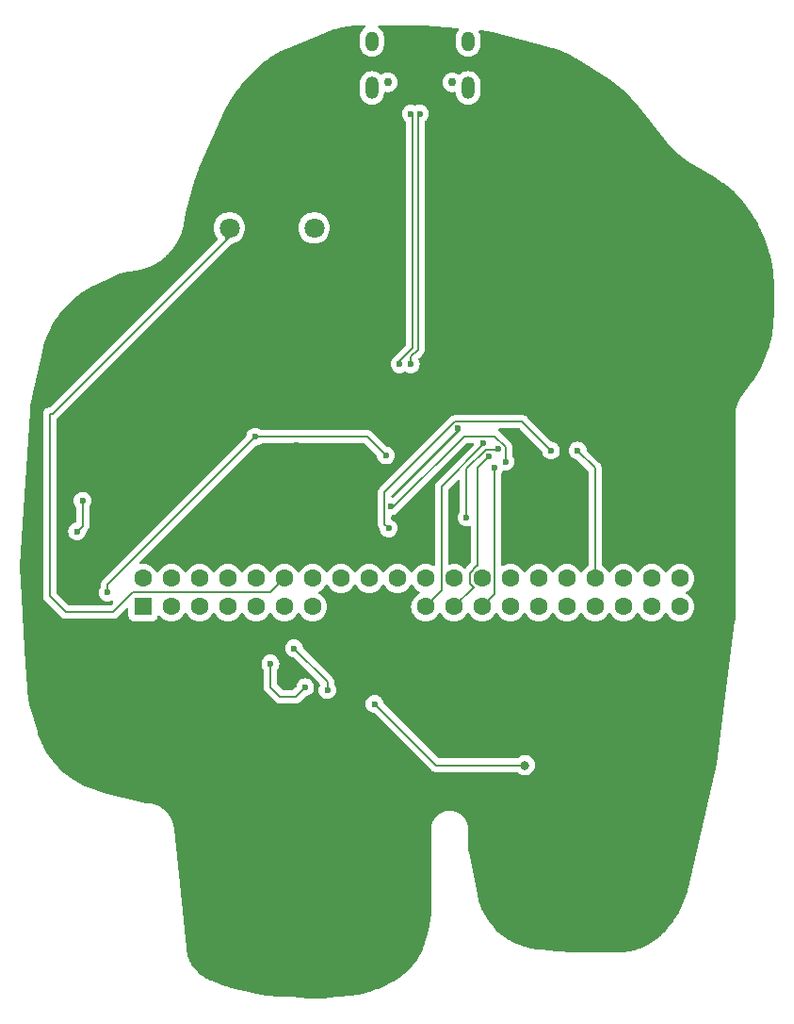
<source format=gbr>
%TF.GenerationSoftware,KiCad,Pcbnew,8.0.4*%
%TF.CreationDate,2024-12-04T20:03:35-06:00*%
%TF.ProjectId,amoguspico,616d6f67-7573-4706-9963-6f2e6b696361,rev?*%
%TF.SameCoordinates,Original*%
%TF.FileFunction,Copper,L2,Bot*%
%TF.FilePolarity,Positive*%
%FSLAX46Y46*%
G04 Gerber Fmt 4.6, Leading zero omitted, Abs format (unit mm)*
G04 Created by KiCad (PCBNEW 8.0.4) date 2024-12-04 20:03:35*
%MOMM*%
%LPD*%
G01*
G04 APERTURE LIST*
%TA.AperFunction,ComponentPad*%
%ADD10C,1.800000*%
%TD*%
%TA.AperFunction,ComponentPad*%
%ADD11R,1.600000X1.600000*%
%TD*%
%TA.AperFunction,ComponentPad*%
%ADD12C,1.600000*%
%TD*%
%TA.AperFunction,ComponentPad*%
%ADD13C,0.750000*%
%TD*%
%TA.AperFunction,ComponentPad*%
%ADD14O,1.200000X2.000000*%
%TD*%
%TA.AperFunction,ComponentPad*%
%ADD15O,1.200000X1.800000*%
%TD*%
%TA.AperFunction,ViaPad*%
%ADD16C,0.600000*%
%TD*%
%TA.AperFunction,ViaPad*%
%ADD17C,0.800000*%
%TD*%
%TA.AperFunction,Conductor*%
%ADD18C,0.200000*%
%TD*%
G04 APERTURE END LIST*
D10*
%TO.P,BUZZER1,1,1*%
%TO.N,GP5*%
X134940000Y-74500000D03*
%TO.P,BUZZER1,2,2*%
%TO.N,GND*%
X142560000Y-74500000D03*
%TD*%
D11*
%TO.P,U7,1,1*%
%TO.N,GND*%
X127180000Y-108520000D03*
D12*
%TO.P,U7,2,2*%
%TO.N,GP0*%
X127180000Y-105980000D03*
%TO.P,U7,3,3*%
%TO.N,GND*%
X129720000Y-108520000D03*
%TO.P,U7,4,4*%
%TO.N,GP1*%
X129720000Y-105980000D03*
%TO.P,U7,5,5*%
%TO.N,GND*%
X132260000Y-108520000D03*
%TO.P,U7,6,6*%
%TO.N,GP2*%
X132260000Y-105980000D03*
%TO.P,U7,7,7*%
%TO.N,GND*%
X134800000Y-108520000D03*
%TO.P,U7,8,8*%
%TO.N,GP3*%
X134800000Y-105980000D03*
%TO.P,U7,9,9*%
%TO.N,VBUS*%
X137340000Y-108520000D03*
%TO.P,U7,10,10*%
%TO.N,GP4*%
X137340000Y-105980000D03*
%TO.P,U7,11,11*%
%TO.N,VBUS*%
X139880000Y-108520000D03*
%TO.P,U7,12,12*%
%TO.N,GP5*%
X139880000Y-105980000D03*
%TO.P,U7,13,13*%
%TO.N,VBUS*%
X142420000Y-108520000D03*
%TO.P,U7,14,14*%
%TO.N,GP6*%
X142420000Y-105980000D03*
%TO.P,U7,15,15*%
%TO.N,+3V3*%
X144960000Y-108520000D03*
%TO.P,U7,16,16*%
%TO.N,GP7*%
X144960000Y-105980000D03*
%TO.P,U7,17,17*%
%TO.N,+3V3*%
X147500000Y-108520000D03*
%TO.P,U7,18,18*%
%TO.N,GP8*%
X147500000Y-105980000D03*
%TO.P,U7,19,19*%
%TO.N,+3V3*%
X150040000Y-108520000D03*
%TO.P,U7,20,20*%
%TO.N,GP9*%
X150040000Y-105980000D03*
%TO.P,U7,21,21*%
%TO.N,GP29*%
X152580000Y-108520000D03*
%TO.P,U7,22,22*%
%TO.N,GP10*%
X152580000Y-105980000D03*
%TO.P,U7,23,23*%
%TO.N,GP28*%
X155120000Y-108520000D03*
%TO.P,U7,24,24*%
%TO.N,GP11*%
X155120000Y-105980000D03*
%TO.P,U7,25,25*%
%TO.N,GP27*%
X157660000Y-108520000D03*
%TO.P,U7,26,26*%
%TO.N,GP12*%
X157660000Y-105980000D03*
%TO.P,U7,27,27*%
%TO.N,GP26*%
X160200000Y-108520000D03*
%TO.P,U7,28,28*%
%TO.N,GP13*%
X160200000Y-105980000D03*
%TO.P,U7,29,29*%
%TO.N,GP25*%
X162740000Y-108520000D03*
%TO.P,U7,30,30*%
%TO.N,GP14*%
X162740000Y-105980000D03*
%TO.P,U7,31,31*%
%TO.N,GP24*%
X165280000Y-108520000D03*
%TO.P,U7,32,32*%
%TO.N,GP15*%
X165280000Y-105980000D03*
%TO.P,U7,33,33*%
%TO.N,GP23*%
X167820000Y-108520000D03*
%TO.P,U7,34,34*%
%TO.N,GP16*%
X167820000Y-105980000D03*
%TO.P,U7,35,35*%
%TO.N,GP22*%
X170360000Y-108520000D03*
%TO.P,U7,36,36*%
%TO.N,GP17*%
X170360000Y-105980000D03*
%TO.P,U7,37,37*%
%TO.N,GP21*%
X172900000Y-108520000D03*
%TO.P,U7,38,38*%
%TO.N,GP18*%
X172900000Y-105980000D03*
%TO.P,U7,39,39*%
%TO.N,GP20*%
X175440000Y-108520000D03*
%TO.P,U7,40,40*%
%TO.N,GP19*%
X175440000Y-105980000D03*
%TD*%
D13*
%TO.P,USBC1,*%
%TO.N,*%
X154980000Y-61430000D03*
X149180000Y-61430000D03*
D14*
%TO.P,USBC1,0,SH*%
%TO.N,GND*%
X156410000Y-61930000D03*
%TO.P,USBC1,1*%
%TO.N,N/C*%
X147750000Y-61930000D03*
D15*
%TO.P,USBC1,2*%
X147750000Y-57750000D03*
%TO.P,USBC1,3*%
X156410000Y-57750000D03*
%TD*%
D16*
%TO.N,+3V3*%
X147750000Y-90000000D03*
%TO.N,D-*%
X151250000Y-86750000D03*
%TO.N,D+*%
X150250000Y-86750000D03*
%TO.N,GND*%
X159125000Y-94375000D03*
X156250000Y-100500000D03*
X121750000Y-99000000D03*
X138625000Y-113625000D03*
X124000000Y-107250000D03*
X137250000Y-93250000D03*
X149000000Y-94929998D03*
X121250000Y-101750000D03*
D17*
X161500000Y-122750000D03*
D16*
X141750000Y-115750000D03*
X148000000Y-117250000D03*
%TO.N,+3V3*%
X155500000Y-92500000D03*
X143250000Y-85750000D03*
X152450774Y-98747257D03*
X169500000Y-99250000D03*
X144000000Y-98230000D03*
X151000000Y-101750000D03*
X131250000Y-88250000D03*
X141000000Y-94000000D03*
%TO.N,D-*%
X152050003Y-64250000D03*
%TO.N,D+*%
X151250000Y-64250000D03*
%TO.N,GP16*%
X166250000Y-94500000D03*
%TO.N,GP29*%
X157799265Y-93799265D03*
%TO.N,Net-(U5-XIN)*%
X163850000Y-94500000D03*
X149250000Y-101480000D03*
%TO.N,GP28*%
X158250000Y-95000000D03*
%TO.N,GP27*%
X158750000Y-96000000D03*
%TO.N,Net-(U5-XOUT)*%
X159750000Y-95490000D03*
X149500000Y-99500000D03*
%TO.N,Net-(U4-VIN)*%
X140750000Y-112250000D03*
X143750000Y-116000000D03*
%TD*%
D18*
%TO.N,Net-(U5-XIN)*%
X149250000Y-101480000D02*
X148900000Y-101130000D01*
X148900000Y-98251471D02*
X155251471Y-91900000D01*
X155251471Y-91900000D02*
X161250000Y-91900000D01*
X148900000Y-101130000D02*
X148900000Y-98251471D01*
X161250000Y-91900000D02*
X163850000Y-94500000D01*
%TO.N,Net-(U5-XOUT)*%
X149500000Y-99500000D02*
X149750000Y-99500000D01*
X149750000Y-99500000D02*
X156050735Y-93199265D01*
X156050735Y-93199265D02*
X158797794Y-93199265D01*
X159750000Y-94151471D02*
X159750000Y-95490000D01*
X158797794Y-93199265D02*
X159750000Y-94151471D01*
%TO.N,D+*%
X150250000Y-86750000D02*
X150250000Y-86431801D01*
X150250000Y-86431801D02*
X151425001Y-85256800D01*
X151425001Y-85256800D02*
X151425001Y-64425001D01*
X151425001Y-64425001D02*
X151250000Y-64250000D01*
%TO.N,D-*%
X151250000Y-86750000D02*
X151250000Y-86068199D01*
X151875002Y-85443197D02*
X151875002Y-64425001D01*
X151250000Y-86068199D02*
X151875002Y-85443197D01*
X151875002Y-64425001D02*
X152050003Y-64250000D01*
%TO.N,GND*%
X159125000Y-94375000D02*
X159100000Y-94400000D01*
X159100000Y-94400000D02*
X158001471Y-94400000D01*
X158001471Y-94400000D02*
X156250000Y-96151471D01*
X156250000Y-96151471D02*
X156250000Y-100500000D01*
%TO.N,GP29*%
X157799265Y-93799265D02*
X157799265Y-93950735D01*
X154020000Y-107080000D02*
X152580000Y-108520000D01*
X157799265Y-93950735D02*
X154020000Y-97730000D01*
X154020000Y-97730000D02*
X154020000Y-107080000D01*
%TO.N,GP28*%
X155120000Y-108520000D02*
X156882183Y-106757817D01*
X156560000Y-105524365D02*
X157204365Y-104880000D01*
X157204365Y-104880000D02*
X157250000Y-104880000D01*
X156560000Y-106435635D02*
X156560000Y-105524365D01*
X156882183Y-106757817D02*
X156560000Y-106435635D01*
X157250000Y-104880000D02*
X157250000Y-96000000D01*
X157250000Y-96000000D02*
X158250000Y-95000000D01*
%TO.N,GND*%
X153500000Y-122750000D02*
X161500000Y-122750000D01*
X121750000Y-101250000D02*
X121250000Y-101750000D01*
X138625000Y-113625000D02*
X138625000Y-115723529D01*
X139501471Y-116600000D02*
X140900000Y-116600000D01*
X124000000Y-107250000D02*
X124000000Y-106500000D01*
X147320002Y-93250000D02*
X137250000Y-93250000D01*
X138625000Y-115723529D02*
X139501471Y-116600000D01*
X121750000Y-99000000D02*
X121750000Y-101250000D01*
X124000000Y-106500000D02*
X137250000Y-93250000D01*
X148000000Y-117250000D02*
X153500000Y-122750000D01*
X140900000Y-116600000D02*
X141750000Y-115750000D01*
X149000000Y-94929998D02*
X147320002Y-93250000D01*
%TO.N,GP5*%
X118782500Y-91217500D02*
X119032500Y-91217500D01*
X118782500Y-107532500D02*
X120250000Y-109000000D01*
X138610000Y-107250000D02*
X139880000Y-105980000D01*
X118782500Y-91217500D02*
X118782500Y-107532500D01*
X124500000Y-109000000D02*
X126250000Y-107250000D01*
X119032500Y-91217500D02*
X134625000Y-75625000D01*
X134625000Y-75625000D02*
X134625000Y-74815000D01*
X134625000Y-75625000D02*
X135500000Y-74750000D01*
X120250000Y-109000000D02*
X124500000Y-109000000D01*
X126250000Y-107250000D02*
X138610000Y-107250000D01*
%TO.N,+3V3*%
X144000000Y-97000000D02*
X141000000Y-94000000D01*
X144000000Y-98230000D02*
X144000000Y-97000000D01*
%TO.N,D-*%
X152050003Y-64413606D02*
X152050003Y-64250000D01*
%TO.N,GP16*%
X167820000Y-105980000D02*
X167820000Y-96070000D01*
X167820000Y-96070000D02*
X166250000Y-94500000D01*
%TO.N,Net-(U5-XIN)*%
X164000000Y-94350000D02*
X163850000Y-94500000D01*
%TO.N,Net-(U4-VIN)*%
X143750000Y-115250000D02*
X143750000Y-116000000D01*
X140750000Y-112250000D02*
X143750000Y-115250000D01*
%TO.N,GP27*%
X158750000Y-96000000D02*
X158760000Y-96010000D01*
X158760000Y-96010000D02*
X158760000Y-107420000D01*
X158760000Y-107420000D02*
X157660000Y-108520000D01*
%TD*%
%TA.AperFunction,Conductor*%
%TO.N,+3V3*%
G36*
X155568834Y-97132915D02*
G01*
X155624767Y-97174787D01*
X155649184Y-97240251D01*
X155649500Y-97249097D01*
X155649500Y-99917587D01*
X155629815Y-99984626D01*
X155622450Y-99994896D01*
X155620186Y-99997734D01*
X155524211Y-100150476D01*
X155464631Y-100320745D01*
X155464630Y-100320750D01*
X155444435Y-100499996D01*
X155444435Y-100500003D01*
X155464630Y-100679249D01*
X155464631Y-100679254D01*
X155524211Y-100849523D01*
X155620184Y-101002262D01*
X155747738Y-101129816D01*
X155900478Y-101225789D01*
X156070742Y-101285367D01*
X156070745Y-101285368D01*
X156070750Y-101285369D01*
X156249996Y-101305565D01*
X156250000Y-101305565D01*
X156250004Y-101305565D01*
X156429249Y-101285369D01*
X156429250Y-101285368D01*
X156429255Y-101285368D01*
X156484545Y-101266020D01*
X156554322Y-101262458D01*
X156614950Y-101297186D01*
X156647178Y-101359179D01*
X156649500Y-101383062D01*
X156649500Y-104534267D01*
X156629815Y-104601306D01*
X156613181Y-104621948D01*
X156194838Y-105040290D01*
X156133515Y-105073775D01*
X156063823Y-105068791D01*
X156019477Y-105040291D01*
X155959139Y-104979953D01*
X155959138Y-104979952D01*
X155959137Y-104979951D01*
X155772734Y-104849432D01*
X155772732Y-104849431D01*
X155566497Y-104753261D01*
X155566488Y-104753258D01*
X155346697Y-104694366D01*
X155346693Y-104694365D01*
X155346692Y-104694365D01*
X155346691Y-104694364D01*
X155346686Y-104694364D01*
X155120002Y-104674532D01*
X155119998Y-104674532D01*
X154893313Y-104694364D01*
X154893302Y-104694366D01*
X154776593Y-104725638D01*
X154706743Y-104723975D01*
X154648881Y-104684812D01*
X154621377Y-104620583D01*
X154620500Y-104605863D01*
X154620500Y-98030097D01*
X154640185Y-97963058D01*
X154656819Y-97942416D01*
X155437819Y-97161416D01*
X155499142Y-97127931D01*
X155568834Y-97132915D01*
G37*
%TD.AperFunction*%
%TA.AperFunction,Conductor*%
G36*
X155668189Y-92520185D02*
G01*
X155713944Y-92572989D01*
X155723888Y-92642147D01*
X155694863Y-92705703D01*
X155687452Y-92712684D01*
X155687766Y-92712998D01*
X155570213Y-92830551D01*
X149727660Y-98673103D01*
X149666337Y-98706588D01*
X149626096Y-98708642D01*
X149610617Y-98706898D01*
X149546203Y-98679832D01*
X149506648Y-98622237D01*
X149500500Y-98583678D01*
X149500500Y-98551568D01*
X149520185Y-98484529D01*
X149536819Y-98463887D01*
X155463887Y-92536819D01*
X155525210Y-92503334D01*
X155551568Y-92500500D01*
X155601150Y-92500500D01*
X155668189Y-92520185D01*
G37*
%TD.AperFunction*%
%TA.AperFunction,Conductor*%
G36*
X147141683Y-56322794D02*
G01*
X147187438Y-56375598D01*
X147197382Y-56444756D01*
X147168357Y-56508312D01*
X147147530Y-56527427D01*
X147033070Y-56610587D01*
X146910588Y-56733069D01*
X146910588Y-56733070D01*
X146910586Y-56733072D01*
X146888892Y-56762931D01*
X146808768Y-56873211D01*
X146730128Y-57027552D01*
X146676597Y-57192302D01*
X146649500Y-57363389D01*
X146649500Y-58136610D01*
X146674398Y-58293814D01*
X146676598Y-58307701D01*
X146730127Y-58472445D01*
X146808768Y-58626788D01*
X146910586Y-58766928D01*
X147033072Y-58889414D01*
X147173212Y-58991232D01*
X147327555Y-59069873D01*
X147492299Y-59123402D01*
X147663389Y-59150500D01*
X147663390Y-59150500D01*
X147836610Y-59150500D01*
X147836611Y-59150500D01*
X148007701Y-59123402D01*
X148172445Y-59069873D01*
X148326788Y-58991232D01*
X148466928Y-58889414D01*
X148589414Y-58766928D01*
X148691232Y-58626788D01*
X148769873Y-58472445D01*
X148823402Y-58307701D01*
X148850500Y-58136611D01*
X148850500Y-57363389D01*
X148823402Y-57192299D01*
X148769873Y-57027555D01*
X148691232Y-56873212D01*
X148589414Y-56733072D01*
X148466928Y-56610586D01*
X148352470Y-56527427D01*
X148309805Y-56472096D01*
X148303826Y-56402483D01*
X148336432Y-56340688D01*
X148397271Y-56306331D01*
X148425356Y-56303109D01*
X152404881Y-56303109D01*
X152415179Y-56303537D01*
X155465243Y-56557707D01*
X155530414Y-56582890D01*
X155571626Y-56639311D01*
X155575791Y-56709057D01*
X155555261Y-56754163D01*
X155468770Y-56873207D01*
X155390128Y-57027552D01*
X155336597Y-57192302D01*
X155309500Y-57363389D01*
X155309500Y-58136610D01*
X155334398Y-58293814D01*
X155336598Y-58307701D01*
X155390127Y-58472445D01*
X155468768Y-58626788D01*
X155570586Y-58766928D01*
X155693072Y-58889414D01*
X155833212Y-58991232D01*
X155987555Y-59069873D01*
X156152299Y-59123402D01*
X156323389Y-59150500D01*
X156323390Y-59150500D01*
X156496610Y-59150500D01*
X156496611Y-59150500D01*
X156667701Y-59123402D01*
X156832445Y-59069873D01*
X156986788Y-58991232D01*
X157126928Y-58889414D01*
X157249414Y-58766928D01*
X157351232Y-58626788D01*
X157429873Y-58472445D01*
X157483402Y-58307701D01*
X157510500Y-58136611D01*
X157510500Y-57363389D01*
X157483402Y-57192299D01*
X157429873Y-57027555D01*
X157371627Y-56913241D01*
X157358732Y-56844572D01*
X157385009Y-56779832D01*
X157442115Y-56739575D01*
X157496328Y-56733765D01*
X157529776Y-56737626D01*
X157532307Y-56737945D01*
X157713473Y-56762754D01*
X157715981Y-56763124D01*
X157896688Y-56791779D01*
X157899176Y-56792201D01*
X158079214Y-56824672D01*
X158081660Y-56825140D01*
X158260990Y-56861420D01*
X158263462Y-56861947D01*
X158441957Y-56902011D01*
X158444498Y-56902610D01*
X158463265Y-56907241D01*
X158625444Y-56947267D01*
X158626453Y-56947521D01*
X163650074Y-58243974D01*
X163652311Y-58244574D01*
X163976831Y-58334962D01*
X163981373Y-58336322D01*
X164099962Y-58374302D01*
X164296078Y-58437113D01*
X164300526Y-58438632D01*
X164610960Y-58551322D01*
X164615326Y-58553003D01*
X164921073Y-58677417D01*
X164925403Y-58679277D01*
X165226132Y-58815264D01*
X165230410Y-58817297D01*
X165525888Y-58964759D01*
X165530050Y-58966937D01*
X165819907Y-59125709D01*
X165823998Y-59128053D01*
X166068608Y-59274469D01*
X166112963Y-59301018D01*
X166114979Y-59302250D01*
X169114541Y-61177025D01*
X169115488Y-61177623D01*
X169272058Y-61277808D01*
X169274161Y-61279186D01*
X169425738Y-61380747D01*
X169427800Y-61382161D01*
X169577135Y-61486850D01*
X169579140Y-61488287D01*
X169726064Y-61595975D01*
X169728154Y-61597541D01*
X169872728Y-61708264D01*
X169874786Y-61709875D01*
X170001227Y-61811008D01*
X170016937Y-61823573D01*
X170018939Y-61825210D01*
X170158618Y-61941839D01*
X170160536Y-61943474D01*
X170278598Y-62046353D01*
X170297763Y-62063053D01*
X170299649Y-62064731D01*
X170434361Y-62187206D01*
X170436178Y-62188894D01*
X170568205Y-62314110D01*
X170570079Y-62315925D01*
X170699511Y-62443974D01*
X170701236Y-62445716D01*
X170827980Y-62576511D01*
X170829742Y-62578368D01*
X170953710Y-62711825D01*
X170955458Y-62713748D01*
X171052332Y-62822560D01*
X171076582Y-62849799D01*
X171078306Y-62851777D01*
X171196635Y-62990491D01*
X171198296Y-62992479D01*
X171315920Y-63136430D01*
X171316619Y-63137295D01*
X171713537Y-63633436D01*
X174015321Y-66510628D01*
X174021453Y-66519321D01*
X174062453Y-66569552D01*
X174063217Y-66570497D01*
X174103740Y-66621150D01*
X174110931Y-66628944D01*
X174130746Y-66653220D01*
X174138887Y-66664415D01*
X174140844Y-66667450D01*
X174179628Y-66713143D01*
X174181110Y-66714924D01*
X174218993Y-66761335D01*
X174218995Y-66761337D01*
X174221622Y-66763811D01*
X174231147Y-66773840D01*
X174251315Y-66797601D01*
X174259664Y-66808631D01*
X174261674Y-66811620D01*
X174301304Y-66856532D01*
X174302863Y-66858333D01*
X174341616Y-66903990D01*
X174344283Y-66906406D01*
X174354008Y-66916260D01*
X174374555Y-66939546D01*
X174383115Y-66950413D01*
X174385189Y-66953372D01*
X174425682Y-66997522D01*
X174427251Y-66999265D01*
X174466889Y-67044186D01*
X174466891Y-67044188D01*
X174469598Y-67046547D01*
X174479510Y-67056210D01*
X174500453Y-67079044D01*
X174509223Y-67089749D01*
X174511342Y-67092652D01*
X174511343Y-67092654D01*
X174511345Y-67092656D01*
X174552740Y-67136083D01*
X174554258Y-67137707D01*
X174565840Y-67150335D01*
X174594776Y-67181884D01*
X174597534Y-67184196D01*
X174607630Y-67193668D01*
X174628950Y-67216035D01*
X174637917Y-67226559D01*
X174640106Y-67229440D01*
X174682236Y-67271971D01*
X174683894Y-67273677D01*
X174725238Y-67317049D01*
X174728044Y-67319311D01*
X174738320Y-67328587D01*
X174760027Y-67350501D01*
X174769198Y-67360855D01*
X174771439Y-67363689D01*
X174814387Y-67405409D01*
X174816026Y-67407032D01*
X174857873Y-67449277D01*
X174858234Y-67449641D01*
X174861088Y-67451852D01*
X174871543Y-67460931D01*
X174893636Y-67482393D01*
X174903009Y-67492575D01*
X174905305Y-67495368D01*
X174949093Y-67536295D01*
X174950808Y-67537930D01*
X174993740Y-67579635D01*
X174993750Y-67579641D01*
X174996623Y-67581780D01*
X175007250Y-67590656D01*
X175029759Y-67611695D01*
X175039329Y-67621697D01*
X175041672Y-67624437D01*
X175041674Y-67624440D01*
X175041676Y-67624442D01*
X175041678Y-67624444D01*
X175086201Y-67664484D01*
X175087958Y-67666095D01*
X175131701Y-67706982D01*
X175134638Y-67709081D01*
X175145445Y-67717759D01*
X175168336Y-67738346D01*
X175178087Y-67748152D01*
X175180498Y-67750864D01*
X175225804Y-67790057D01*
X175227557Y-67791602D01*
X175272104Y-67831663D01*
X175272105Y-67831663D01*
X175272108Y-67831666D01*
X175275094Y-67833716D01*
X175286044Y-67842168D01*
X175309345Y-67862324D01*
X175319288Y-67871946D01*
X175321750Y-67874610D01*
X175321752Y-67874611D01*
X175321753Y-67874613D01*
X175367802Y-67912924D01*
X175369512Y-67914373D01*
X175414889Y-67953627D01*
X175414890Y-67953627D01*
X175414892Y-67953629D01*
X175417926Y-67955627D01*
X175429032Y-67963864D01*
X175452748Y-67983593D01*
X175462876Y-67993023D01*
X175465390Y-67995640D01*
X175465392Y-67995642D01*
X175465394Y-67995644D01*
X175501110Y-68024211D01*
X175512147Y-68033039D01*
X175513998Y-68034549D01*
X175560033Y-68072847D01*
X175563108Y-68074788D01*
X175574380Y-68082815D01*
X175598502Y-68102109D01*
X175608804Y-68111336D01*
X175611389Y-68113925D01*
X175611390Y-68113926D01*
X175658912Y-68150456D01*
X175660721Y-68151874D01*
X175707493Y-68189284D01*
X175707497Y-68189286D01*
X175710606Y-68191166D01*
X175722022Y-68198969D01*
X175746591Y-68217854D01*
X175757078Y-68226889D01*
X175759696Y-68229412D01*
X175759699Y-68229416D01*
X175807863Y-68264982D01*
X175809744Y-68266400D01*
X175843608Y-68292430D01*
X175857236Y-68302906D01*
X175857238Y-68302907D01*
X175860392Y-68304732D01*
X175871959Y-68312314D01*
X175896951Y-68330769D01*
X175907594Y-68339586D01*
X175910293Y-68342088D01*
X175959181Y-68376751D01*
X175961121Y-68378155D01*
X176009218Y-68413672D01*
X176009220Y-68413672D01*
X176012423Y-68415444D01*
X176024113Y-68422787D01*
X176049581Y-68440844D01*
X176060386Y-68449451D01*
X176063123Y-68451893D01*
X176112620Y-68485568D01*
X176114590Y-68486936D01*
X176163415Y-68521554D01*
X176166644Y-68523259D01*
X176178502Y-68530393D01*
X176204416Y-68548024D01*
X176212122Y-68553985D01*
X176266661Y-68590379D01*
X176267587Y-68591003D01*
X176321841Y-68627917D01*
X176330274Y-68632829D01*
X176408173Y-68684812D01*
X176427733Y-68700987D01*
X176428879Y-68702152D01*
X176470438Y-68726599D01*
X176476356Y-68730311D01*
X176516444Y-68757063D01*
X176517979Y-68757583D01*
X176541067Y-68768149D01*
X178721392Y-70050780D01*
X178722777Y-70051607D01*
X178920211Y-70171237D01*
X178922932Y-70172935D01*
X178954762Y-70193383D01*
X179113516Y-70295366D01*
X179116227Y-70297158D01*
X179303333Y-70424402D01*
X179305991Y-70426261D01*
X179489508Y-70558224D01*
X179492067Y-70560116D01*
X179671988Y-70696773D01*
X179674545Y-70698769D01*
X179850710Y-70839991D01*
X179853212Y-70842051D01*
X180025562Y-70987773D01*
X180028009Y-70989898D01*
X180196462Y-71140049D01*
X180198834Y-71142218D01*
X180238542Y-71179519D01*
X180363319Y-71296732D01*
X180365652Y-71298981D01*
X180526067Y-71457763D01*
X180528340Y-71460074D01*
X180684586Y-71623033D01*
X180686800Y-71625403D01*
X180838813Y-71792482D01*
X180840965Y-71794910D01*
X180988674Y-71966048D01*
X180990715Y-71968476D01*
X180998210Y-71977633D01*
X181134007Y-72143560D01*
X181136033Y-72146103D01*
X181274824Y-72325063D01*
X181276783Y-72327659D01*
X181413327Y-72513593D01*
X181414307Y-72514946D01*
X181818569Y-73081275D01*
X181819768Y-73082985D01*
X181995165Y-73337800D01*
X181997534Y-73341375D01*
X182098539Y-73499776D01*
X182160603Y-73597109D01*
X182162884Y-73600828D01*
X182316764Y-73861985D01*
X182318910Y-73865779D01*
X182463462Y-74132087D01*
X182465470Y-74135946D01*
X182489213Y-74183611D01*
X182600561Y-74407143D01*
X182602435Y-74411077D01*
X182727959Y-74686956D01*
X182729695Y-74690956D01*
X182845507Y-74971232D01*
X182847101Y-74975291D01*
X182955038Y-75264975D01*
X182955766Y-75266981D01*
X183378362Y-76463717D01*
X183378810Y-76465009D01*
X183439026Y-76641712D01*
X183439847Y-76644207D01*
X183495303Y-76818986D01*
X183496071Y-76821497D01*
X183547772Y-76997266D01*
X183548486Y-76999793D01*
X183596430Y-77176532D01*
X183597090Y-77179071D01*
X183641274Y-77356743D01*
X183641880Y-77359296D01*
X183682271Y-77537761D01*
X183682823Y-77540326D01*
X183719420Y-77719562D01*
X183719918Y-77722138D01*
X183752717Y-77902120D01*
X183753160Y-77904707D01*
X183782142Y-78085346D01*
X183782530Y-78087941D01*
X183807676Y-78269099D01*
X183808010Y-78271704D01*
X183829329Y-78453485D01*
X183829607Y-78456099D01*
X183847064Y-78638239D01*
X183847287Y-78640858D01*
X183860890Y-78823485D01*
X183861058Y-78826111D01*
X183870786Y-79009036D01*
X183870898Y-79011666D01*
X183876746Y-79194913D01*
X183876802Y-79197549D01*
X183878790Y-79384389D01*
X183878797Y-79385708D01*
X183878797Y-82491310D01*
X183878788Y-82492791D01*
X183876286Y-82702325D01*
X183876216Y-82705279D01*
X183868859Y-82910839D01*
X183868718Y-82913790D01*
X183856478Y-83118926D01*
X183856267Y-83121868D01*
X183839170Y-83326422D01*
X183838890Y-83329358D01*
X183816929Y-83533492D01*
X183816579Y-83536416D01*
X183789796Y-83739821D01*
X183789377Y-83742734D01*
X183757783Y-83945383D01*
X183757295Y-83948286D01*
X183720903Y-84150115D01*
X183720347Y-84153003D01*
X183679178Y-84353915D01*
X183678553Y-84356789D01*
X183632629Y-84556676D01*
X183631937Y-84559535D01*
X183581258Y-84758376D01*
X183580498Y-84761216D01*
X183525095Y-84958885D01*
X183524267Y-84961709D01*
X183464173Y-85158061D01*
X183463278Y-85160865D01*
X183398493Y-85355877D01*
X183397531Y-85358662D01*
X183328061Y-85552275D01*
X183327033Y-85555037D01*
X183251645Y-85750410D01*
X183251075Y-85751860D01*
X182893707Y-86644445D01*
X182892954Y-86646283D01*
X182803998Y-86858546D01*
X182802358Y-86862285D01*
X182708760Y-87066489D01*
X182707000Y-87070168D01*
X182606772Y-87271116D01*
X182604894Y-87274731D01*
X182498159Y-87472204D01*
X182496165Y-87475754D01*
X182382961Y-87669690D01*
X182380859Y-87673158D01*
X182261343Y-87863294D01*
X182259146Y-87866665D01*
X182133384Y-88052880D01*
X182131051Y-88056215D01*
X181996230Y-88242365D01*
X181994998Y-88244037D01*
X181106100Y-89429058D01*
X181097295Y-89439537D01*
X181094338Y-89442685D01*
X181059585Y-89491028D01*
X181058097Y-89493054D01*
X181024996Y-89537182D01*
X181019539Y-89543949D01*
X181014975Y-89549219D01*
X180985667Y-89593676D01*
X180982825Y-89597804D01*
X180950819Y-89642327D01*
X180941082Y-89657096D01*
X180912699Y-89704180D01*
X180910031Y-89708410D01*
X180879595Y-89754579D01*
X180871104Y-89768663D01*
X180844410Y-89817268D01*
X180841923Y-89821588D01*
X180813154Y-89869316D01*
X180805731Y-89882830D01*
X180780844Y-89932804D01*
X180778536Y-89937214D01*
X180751572Y-89986312D01*
X180745073Y-89999364D01*
X180722075Y-90050595D01*
X180719952Y-90055082D01*
X180694853Y-90105488D01*
X180689162Y-90118167D01*
X180668156Y-90170481D01*
X180666214Y-90175050D01*
X180643089Y-90226573D01*
X180638064Y-90239087D01*
X180619116Y-90292350D01*
X180617361Y-90296987D01*
X180596275Y-90349507D01*
X180591832Y-90361997D01*
X180575018Y-90416021D01*
X180573449Y-90420728D01*
X180554477Y-90474063D01*
X180550538Y-90486721D01*
X180535896Y-90541398D01*
X180534517Y-90546165D01*
X180517722Y-90600132D01*
X180514238Y-90613146D01*
X180501822Y-90668252D01*
X180500635Y-90673069D01*
X180486048Y-90727541D01*
X180483000Y-90741076D01*
X180472837Y-90796464D01*
X180471842Y-90801332D01*
X180459498Y-90856131D01*
X180456880Y-90870401D01*
X180448986Y-90925903D01*
X180448187Y-90930815D01*
X180438108Y-90985756D01*
X180435944Y-91000968D01*
X180430327Y-91056386D01*
X180429724Y-91061337D01*
X180421912Y-91116268D01*
X180420261Y-91132571D01*
X180416903Y-91187837D01*
X180416499Y-91192818D01*
X180410954Y-91247532D01*
X180409887Y-91265107D01*
X180408776Y-91319950D01*
X180408573Y-91324953D01*
X180405343Y-91378138D01*
X180405835Y-91385135D01*
X180406140Y-91393828D01*
X180406140Y-91448890D01*
X180406115Y-91451399D01*
X180404909Y-91510958D01*
X180405382Y-91515213D01*
X180406140Y-91528904D01*
X180406140Y-109705658D01*
X180405182Y-109721038D01*
X178793448Y-122614869D01*
X178791194Y-122627527D01*
X176225558Y-133680211D01*
X176225169Y-133681838D01*
X176171281Y-133900552D01*
X176170443Y-133903767D01*
X176111896Y-134116658D01*
X176110973Y-134119846D01*
X176046832Y-134330823D01*
X176045826Y-134333982D01*
X175976105Y-134543058D01*
X175975015Y-134546185D01*
X175899818Y-134753098D01*
X175898646Y-134756194D01*
X175817978Y-134960962D01*
X175816725Y-134964023D01*
X175730642Y-135166525D01*
X175729308Y-135169550D01*
X175637883Y-135369628D01*
X175636483Y-135372587D01*
X175539727Y-135570219D01*
X175538274Y-135573088D01*
X175519910Y-135608198D01*
X175436268Y-135768102D01*
X175434697Y-135771010D01*
X175327543Y-135963209D01*
X175325894Y-135966077D01*
X175213539Y-136155537D01*
X175211813Y-136158360D01*
X175094395Y-136344831D01*
X175092594Y-136347609D01*
X174970133Y-136531039D01*
X174968256Y-136533771D01*
X174840787Y-136714072D01*
X174838835Y-136716755D01*
X174703955Y-136897102D01*
X174702921Y-136898465D01*
X174367710Y-137334011D01*
X174366736Y-137335260D01*
X174273650Y-137453065D01*
X174271617Y-137455570D01*
X174178271Y-137567585D01*
X174176176Y-137570034D01*
X174080057Y-137679463D01*
X174077900Y-137681855D01*
X173979060Y-137788655D01*
X173976842Y-137790990D01*
X173875327Y-137895121D01*
X173873052Y-137897395D01*
X173768916Y-137998812D01*
X173766581Y-138001028D01*
X173659839Y-138099715D01*
X173657450Y-138101867D01*
X173623407Y-138131742D01*
X173574097Y-138175015D01*
X173548299Y-138197654D01*
X173545852Y-138199745D01*
X173434165Y-138292739D01*
X173431665Y-138294767D01*
X173317631Y-138384807D01*
X173315078Y-138386770D01*
X173198705Y-138473848D01*
X173196099Y-138475745D01*
X173077440Y-138559812D01*
X173074783Y-138561643D01*
X172953922Y-138642631D01*
X172951216Y-138644394D01*
X172828166Y-138722283D01*
X172825411Y-138723977D01*
X172700283Y-138798684D01*
X172697480Y-138800308D01*
X172570927Y-138871449D01*
X172567820Y-138873138D01*
X172411590Y-138955188D01*
X172408127Y-138956938D01*
X172250514Y-139033522D01*
X172247003Y-139035161D01*
X172087273Y-139106694D01*
X172083718Y-139108219D01*
X171922059Y-139174643D01*
X171918462Y-139176056D01*
X171754974Y-139237349D01*
X171751337Y-139238649D01*
X171586088Y-139294797D01*
X171582414Y-139295982D01*
X171415590Y-139346931D01*
X171411884Y-139348000D01*
X171243620Y-139393718D01*
X171239880Y-139394672D01*
X171070243Y-139435139D01*
X171066474Y-139435976D01*
X170895630Y-139471149D01*
X170891837Y-139471868D01*
X170719906Y-139501718D01*
X170716088Y-139502320D01*
X170543236Y-139526808D01*
X170539398Y-139527291D01*
X170365624Y-139546401D01*
X170361768Y-139546764D01*
X170187310Y-139560451D01*
X170183440Y-139560694D01*
X170008402Y-139568931D01*
X170004518Y-139569053D01*
X169824050Y-139571884D01*
X169822105Y-139571899D01*
X165886795Y-139571899D01*
X165875568Y-139571390D01*
X165848519Y-139568931D01*
X165755241Y-139560451D01*
X163417023Y-139347882D01*
X163393682Y-139343475D01*
X163388134Y-139341864D01*
X163388129Y-139341863D01*
X163344078Y-139340947D01*
X163335434Y-139340465D01*
X163301609Y-139337390D01*
X163291537Y-139336475D01*
X163291536Y-139336475D01*
X163291529Y-139336475D01*
X163285837Y-139337459D01*
X163262150Y-139339242D01*
X163054417Y-139334921D01*
X163049270Y-139334707D01*
X162795689Y-139318877D01*
X162790568Y-139318451D01*
X162538506Y-139292195D01*
X162533417Y-139291558D01*
X162283179Y-139254978D01*
X162278130Y-139254133D01*
X162254888Y-139249749D01*
X162227925Y-139244663D01*
X162030070Y-139207342D01*
X162025070Y-139206292D01*
X161779411Y-139149381D01*
X161774462Y-139148126D01*
X161531585Y-139081215D01*
X161526695Y-139079759D01*
X161286880Y-139002946D01*
X161282055Y-139001291D01*
X161045599Y-138914680D01*
X161040846Y-138912827D01*
X160808038Y-138816516D01*
X160803361Y-138814467D01*
X160574564Y-138708583D01*
X160569971Y-138706342D01*
X160345421Y-138590959D01*
X160340916Y-138588525D01*
X160120973Y-138463773D01*
X160116581Y-138461161D01*
X159901514Y-138327126D01*
X159897209Y-138324317D01*
X159687328Y-138181106D01*
X159683133Y-138178113D01*
X159473433Y-138021870D01*
X159471420Y-138020338D01*
X159251010Y-137849014D01*
X159239450Y-137838815D01*
X159190446Y-137789836D01*
X159138733Y-137738148D01*
X158899436Y-137498971D01*
X158898239Y-137497758D01*
X158782939Y-137379304D01*
X158780679Y-137376920D01*
X158671488Y-137258575D01*
X158669367Y-137256214D01*
X158563414Y-137135046D01*
X158561335Y-137132602D01*
X158458794Y-137008827D01*
X158456759Y-137006303D01*
X158405549Y-136941023D01*
X158357671Y-136879990D01*
X158355679Y-136877381D01*
X158340837Y-136857388D01*
X158260028Y-136748531D01*
X158258108Y-136745871D01*
X158250259Y-136734688D01*
X158165947Y-136614558D01*
X158164097Y-136611845D01*
X158102790Y-136519352D01*
X158075496Y-136478172D01*
X158073714Y-136475404D01*
X158073441Y-136474968D01*
X157988743Y-136339490D01*
X157987032Y-136336670D01*
X157905625Y-136198401D01*
X157904011Y-136195576D01*
X157826318Y-136055195D01*
X157824758Y-136052285D01*
X157750802Y-135909828D01*
X157749317Y-135906873D01*
X157679116Y-135762351D01*
X157677711Y-135759357D01*
X157619886Y-135631762D01*
X157611330Y-135612884D01*
X157610010Y-135609864D01*
X157609308Y-135608198D01*
X157547483Y-135461475D01*
X157546247Y-135458428D01*
X157542410Y-135448596D01*
X157487234Y-135307201D01*
X157486245Y-135304577D01*
X157445030Y-135191295D01*
X157444194Y-135188923D01*
X157405009Y-135074021D01*
X157404223Y-135071636D01*
X157367343Y-134955870D01*
X157366605Y-134953471D01*
X157361361Y-134935779D01*
X157332082Y-134837002D01*
X157331406Y-134834634D01*
X157309869Y-134756194D01*
X157299227Y-134717435D01*
X157298599Y-134715051D01*
X157268770Y-134597128D01*
X157268181Y-134594695D01*
X157264833Y-134580236D01*
X157240763Y-134476294D01*
X157240229Y-134473876D01*
X157214546Y-134351807D01*
X157214297Y-134350595D01*
X157212170Y-134339962D01*
X156448252Y-130520376D01*
X156447963Y-130518881D01*
X156437643Y-130463766D01*
X156437117Y-130460752D01*
X156428774Y-130409196D01*
X156428324Y-130406177D01*
X156427059Y-130396918D01*
X156421257Y-130354459D01*
X156420901Y-130351585D01*
X156415114Y-130299716D01*
X156414822Y-130296766D01*
X156410314Y-130244734D01*
X156410090Y-130241714D01*
X156409834Y-130237577D01*
X156406873Y-130189662D01*
X156406723Y-130186611D01*
X156404793Y-130134514D01*
X156404717Y-130131452D01*
X156404024Y-130075262D01*
X156404015Y-130073733D01*
X156404015Y-128570850D01*
X156404706Y-128557776D01*
X156405520Y-128550094D01*
X156404055Y-128492139D01*
X156404015Y-128489005D01*
X156404015Y-128487502D01*
X156405998Y-128466226D01*
X156406062Y-128465055D01*
X156406064Y-128465048D01*
X156404372Y-128442794D01*
X156404015Y-128433394D01*
X156404015Y-128430984D01*
X156403178Y-128424628D01*
X156402474Y-128417838D01*
X156402265Y-128415088D01*
X156401948Y-128408822D01*
X156401666Y-128397656D01*
X156402330Y-128385619D01*
X156402352Y-128380784D01*
X156401755Y-128376087D01*
X156400805Y-128363601D01*
X156400684Y-128358777D01*
X156400681Y-128358768D01*
X156399944Y-128354080D01*
X156397444Y-128342163D01*
X156396029Y-128331026D01*
X156395400Y-128324817D01*
X156394618Y-128314528D01*
X156394676Y-128302028D01*
X156394466Y-128297450D01*
X156394465Y-128297448D01*
X156394466Y-128297446D01*
X156393568Y-128292415D01*
X156391995Y-128280031D01*
X156391601Y-128274847D01*
X156391599Y-128274841D01*
X156391599Y-128274839D01*
X156390675Y-128270434D01*
X156387460Y-128258214D01*
X156385643Y-128248036D01*
X156384706Y-128241900D01*
X156383505Y-128232445D01*
X156382919Y-128219611D01*
X156382496Y-128215222D01*
X156382497Y-128215216D01*
X156381270Y-128209900D01*
X156379084Y-128197646D01*
X156378382Y-128192119D01*
X156378381Y-128192116D01*
X156378381Y-128192113D01*
X156378379Y-128192109D01*
X156377291Y-128187973D01*
X156373334Y-128175511D01*
X156371195Y-128166239D01*
X156369952Y-128160164D01*
X156368415Y-128151557D01*
X156367151Y-128138400D01*
X156366537Y-128134214D01*
X156366537Y-128134212D01*
X156364947Y-128128614D01*
X156362164Y-128116549D01*
X156361121Y-128110704D01*
X156361118Y-128110699D01*
X156359877Y-128106788D01*
X156355180Y-128094220D01*
X156352787Y-128085793D01*
X156351263Y-128079866D01*
X156349442Y-128071978D01*
X156347494Y-128058687D01*
X156346689Y-128054617D01*
X156346689Y-128054611D01*
X156344727Y-128048812D01*
X156341360Y-128036947D01*
X156339940Y-128030796D01*
X156338571Y-128027132D01*
X156333111Y-128014481D01*
X156330525Y-128006839D01*
X156328717Y-128001026D01*
X156326693Y-127993895D01*
X156324039Y-127980469D01*
X156323061Y-127976552D01*
X156323060Y-127976541D01*
X156320677Y-127970497D01*
X156316755Y-127958901D01*
X156314940Y-127952505D01*
X156314938Y-127952501D01*
X156313413Y-127948968D01*
X156307238Y-127936412D01*
X156304534Y-127929554D01*
X156302444Y-127923842D01*
X156300270Y-127917417D01*
X156296903Y-127903920D01*
X156295753Y-127900117D01*
X156295749Y-127900108D01*
X156292950Y-127893916D01*
X156288484Y-127882583D01*
X156286254Y-127875991D01*
X156286252Y-127875988D01*
X156284575Y-127872579D01*
X156277697Y-127860176D01*
X156274915Y-127854021D01*
X156272546Y-127848418D01*
X156272215Y-127847579D01*
X156271618Y-127846065D01*
X156270258Y-127842613D01*
X156266181Y-127829123D01*
X156264875Y-127825459D01*
X156261646Y-127819155D01*
X156256656Y-127808113D01*
X156253999Y-127801375D01*
X156253998Y-127801373D01*
X156253998Y-127801372D01*
X156253995Y-127801368D01*
X156252186Y-127798107D01*
X156244620Y-127785913D01*
X156241780Y-127780369D01*
X156239147Y-127774904D01*
X156236785Y-127769678D01*
X156232021Y-127756304D01*
X156230541Y-127752712D01*
X156230538Y-127752708D01*
X156230538Y-127752705D01*
X156226868Y-127746323D01*
X156221379Y-127735599D01*
X156218286Y-127728756D01*
X156218284Y-127728754D01*
X156216335Y-127725613D01*
X156208098Y-127713677D01*
X156205246Y-127708717D01*
X156202368Y-127703419D01*
X156199937Y-127698671D01*
X156194469Y-127685398D01*
X156192841Y-127681932D01*
X156188728Y-127675516D01*
X156182752Y-127665120D01*
X156179234Y-127658251D01*
X156179232Y-127658249D01*
X156179232Y-127658248D01*
X156177117Y-127655185D01*
X156168286Y-127643630D01*
X156165419Y-127639158D01*
X156162316Y-127634051D01*
X156159823Y-127629716D01*
X156153687Y-127616652D01*
X156151887Y-127613256D01*
X156151885Y-127613251D01*
X156151290Y-127612415D01*
X156147363Y-127606891D01*
X156140920Y-127596840D01*
X156136975Y-127589979D01*
X156134729Y-127587042D01*
X156125299Y-127575868D01*
X156122388Y-127571775D01*
X156119079Y-127566876D01*
X156116515Y-127562877D01*
X156109732Y-127550071D01*
X156107784Y-127546785D01*
X156102867Y-127540529D01*
X156095970Y-127530829D01*
X156091607Y-127524023D01*
X156089229Y-127521206D01*
X156079215Y-127510433D01*
X156076297Y-127506720D01*
X156072767Y-127501999D01*
X156070160Y-127498334D01*
X156062725Y-127485794D01*
X156060623Y-127482607D01*
X156060622Y-127482604D01*
X156055295Y-127476455D01*
X156047975Y-127467138D01*
X156043239Y-127460479D01*
X156043237Y-127460476D01*
X156043235Y-127460474D01*
X156043232Y-127460471D01*
X156040674Y-127457720D01*
X156030189Y-127447474D01*
X156027244Y-127444074D01*
X156023511Y-127439552D01*
X156020786Y-127436084D01*
X156012754Y-127423900D01*
X156010505Y-127420820D01*
X156008888Y-127419124D01*
X156004837Y-127414875D01*
X155997091Y-127405933D01*
X155991991Y-127399443D01*
X155991986Y-127399439D01*
X155989309Y-127396823D01*
X155978322Y-127387068D01*
X155975301Y-127383899D01*
X155971331Y-127379531D01*
X155968529Y-127376296D01*
X155959901Y-127364479D01*
X155957517Y-127361522D01*
X155957514Y-127361516D01*
X155951522Y-127355803D01*
X155943371Y-127347255D01*
X155937953Y-127341000D01*
X155937951Y-127340998D01*
X155935116Y-127338482D01*
X155923715Y-127329294D01*
X155920616Y-127326340D01*
X155916419Y-127322144D01*
X155913460Y-127319040D01*
X155904264Y-127307631D01*
X155901760Y-127304810D01*
X155895501Y-127299389D01*
X155886946Y-127291232D01*
X155881235Y-127285243D01*
X155881234Y-127285242D01*
X155878279Y-127282861D01*
X155866446Y-127274222D01*
X155863211Y-127271420D01*
X155858835Y-127267443D01*
X155855688Y-127264443D01*
X155845954Y-127253481D01*
X155843308Y-127250772D01*
X155836809Y-127245666D01*
X155827864Y-127237919D01*
X155821928Y-127232260D01*
X155821924Y-127232257D01*
X155818848Y-127230011D01*
X155806650Y-127221970D01*
X155803242Y-127219292D01*
X155798677Y-127215525D01*
X155798671Y-127215520D01*
X155795268Y-127212572D01*
X155785021Y-127202088D01*
X155782272Y-127199531D01*
X155775613Y-127194797D01*
X155766295Y-127187477D01*
X155760145Y-127182150D01*
X155760143Y-127182149D01*
X155760142Y-127182148D01*
X155756986Y-127180067D01*
X155744428Y-127172624D01*
X155740775Y-127170027D01*
X155736026Y-127166477D01*
X155732310Y-127163557D01*
X155721595Y-127153596D01*
X155718726Y-127151174D01*
X155711926Y-127146815D01*
X155702239Y-127139928D01*
X155695960Y-127134994D01*
X155692695Y-127133059D01*
X155679854Y-127126256D01*
X155675897Y-127123720D01*
X155670962Y-127120387D01*
X155666912Y-127117508D01*
X155655727Y-127108072D01*
X155652768Y-127105810D01*
X155645892Y-127101857D01*
X155635845Y-127095419D01*
X155632389Y-127092962D01*
X155629484Y-127090896D01*
X155629483Y-127090895D01*
X155629481Y-127090894D01*
X155626096Y-127089101D01*
X155613036Y-127082968D01*
X155608698Y-127080474D01*
X155603593Y-127077372D01*
X155599119Y-127074504D01*
X155587580Y-127065685D01*
X155584500Y-127063559D01*
X155584498Y-127063558D01*
X155577614Y-127060032D01*
X155567237Y-127054068D01*
X155560817Y-127049953D01*
X155560816Y-127049952D01*
X155560815Y-127049952D01*
X155557347Y-127048323D01*
X155544051Y-127042845D01*
X155540288Y-127040918D01*
X155539312Y-127040418D01*
X155534038Y-127037553D01*
X155529069Y-127034696D01*
X155517152Y-127026472D01*
X155514001Y-127024516D01*
X155507132Y-127021411D01*
X155496434Y-127015934D01*
X155490044Y-127012261D01*
X155490043Y-127012260D01*
X155490042Y-127012260D01*
X155486460Y-127010784D01*
X155473048Y-127006004D01*
X155469452Y-127004379D01*
X155467819Y-127003641D01*
X155462393Y-127001026D01*
X155456851Y-126998188D01*
X155444655Y-126990623D01*
X155441382Y-126988808D01*
X155434648Y-126986153D01*
X155423614Y-126981168D01*
X155417294Y-126977932D01*
X155417293Y-126977931D01*
X155417290Y-126977930D01*
X155417285Y-126977929D01*
X155413617Y-126976621D01*
X155400115Y-126972540D01*
X155394334Y-126970261D01*
X155388743Y-126967897D01*
X155382583Y-126965113D01*
X155370182Y-126958237D01*
X155366767Y-126956557D01*
X155360171Y-126954326D01*
X155348835Y-126949858D01*
X155342645Y-126947060D01*
X155342640Y-126947058D01*
X155342639Y-126947058D01*
X155342637Y-126947057D01*
X155338881Y-126945922D01*
X155325339Y-126942542D01*
X155318939Y-126940377D01*
X155313198Y-126938276D01*
X155306364Y-126935582D01*
X155293805Y-126929407D01*
X155290271Y-126927882D01*
X155290267Y-126927880D01*
X155287932Y-126927216D01*
X155283852Y-126926058D01*
X155272267Y-126922141D01*
X155270543Y-126921461D01*
X155266218Y-126919757D01*
X155266216Y-126919756D01*
X155262327Y-126918785D01*
X155248849Y-126916120D01*
X155241774Y-126914112D01*
X155235903Y-126912286D01*
X155228304Y-126909715D01*
X155215677Y-126904266D01*
X155211980Y-126902885D01*
X155205817Y-126901463D01*
X155193974Y-126898102D01*
X155188153Y-126896133D01*
X155188148Y-126896132D01*
X155184102Y-126895332D01*
X155170769Y-126893376D01*
X155167791Y-126892689D01*
X155162938Y-126891569D01*
X155156958Y-126890031D01*
X155148569Y-126887649D01*
X155135984Y-126882947D01*
X155132085Y-126881709D01*
X155126231Y-126880664D01*
X155114166Y-126877882D01*
X155108562Y-126876291D01*
X155108560Y-126876290D01*
X155108557Y-126876290D01*
X155104401Y-126875679D01*
X155091233Y-126874414D01*
X155083321Y-126873002D01*
X155082628Y-126872878D01*
X155076531Y-126871631D01*
X155067268Y-126869493D01*
X155054808Y-126865537D01*
X155050687Y-126864453D01*
X155050684Y-126864452D01*
X155050679Y-126864451D01*
X155050678Y-126864451D01*
X155045136Y-126863747D01*
X155032887Y-126861562D01*
X155030270Y-126860958D01*
X155027567Y-126860334D01*
X155023188Y-126859913D01*
X155010334Y-126859325D01*
X155000901Y-126858126D01*
X154994745Y-126857186D01*
X154984589Y-126855373D01*
X154972340Y-126852152D01*
X154967960Y-126851234D01*
X154962776Y-126850840D01*
X154950397Y-126849268D01*
X154945352Y-126848368D01*
X154940800Y-126848159D01*
X154928277Y-126848216D01*
X154917977Y-126847434D01*
X154911757Y-126846803D01*
X154900654Y-126845392D01*
X154888732Y-126842892D01*
X154884050Y-126842155D01*
X154884049Y-126842154D01*
X154884043Y-126842154D01*
X154879221Y-126842032D01*
X154866747Y-126841085D01*
X154862020Y-126840485D01*
X154857227Y-126840507D01*
X154845159Y-126841170D01*
X154833961Y-126840887D01*
X154827713Y-126840571D01*
X154815702Y-126839658D01*
X154804269Y-126837858D01*
X154799185Y-126837319D01*
X154799183Y-126837319D01*
X154799180Y-126837319D01*
X154794743Y-126837431D01*
X154782232Y-126837114D01*
X154777765Y-126836774D01*
X154772726Y-126837052D01*
X154761127Y-126838280D01*
X154749093Y-126838584D01*
X154742830Y-126838584D01*
X154730800Y-126838280D01*
X154719206Y-126837052D01*
X154714159Y-126836774D01*
X154709691Y-126837114D01*
X154697181Y-126837431D01*
X154692741Y-126837319D01*
X154692740Y-126837319D01*
X154687678Y-126837855D01*
X154676230Y-126839657D01*
X154664214Y-126840571D01*
X154657957Y-126840888D01*
X154646764Y-126841170D01*
X154634694Y-126840507D01*
X154629903Y-126840485D01*
X154629902Y-126840485D01*
X154629895Y-126840485D01*
X154625171Y-126841085D01*
X154612710Y-126842032D01*
X154607871Y-126842154D01*
X154603203Y-126842889D01*
X154591265Y-126845392D01*
X154580167Y-126846802D01*
X154573940Y-126847434D01*
X154563656Y-126848216D01*
X154551121Y-126848159D01*
X154546569Y-126848368D01*
X154541534Y-126849267D01*
X154529147Y-126850840D01*
X154523961Y-126851234D01*
X154519602Y-126852148D01*
X154507344Y-126855371D01*
X154497169Y-126857188D01*
X154490997Y-126858130D01*
X154481582Y-126859326D01*
X154468719Y-126859915D01*
X154464345Y-126860335D01*
X154459025Y-126861563D01*
X154446790Y-126863746D01*
X154441244Y-126864450D01*
X154437119Y-126865535D01*
X154424640Y-126869497D01*
X154415362Y-126871637D01*
X154409292Y-126872878D01*
X154400702Y-126874412D01*
X154387532Y-126875678D01*
X154383347Y-126876292D01*
X154377736Y-126877885D01*
X154365704Y-126880661D01*
X154359834Y-126881710D01*
X154355938Y-126882947D01*
X154343364Y-126887645D01*
X154334959Y-126890032D01*
X154328961Y-126891574D01*
X154321139Y-126893379D01*
X154307803Y-126895334D01*
X154303778Y-126896131D01*
X154297958Y-126898100D01*
X154286110Y-126901461D01*
X154279948Y-126902882D01*
X154276262Y-126904260D01*
X154263611Y-126909718D01*
X154256029Y-126912283D01*
X154250166Y-126914106D01*
X154243081Y-126916118D01*
X154229599Y-126918784D01*
X154225704Y-126919756D01*
X154219656Y-126922141D01*
X154208054Y-126926064D01*
X154201650Y-126927882D01*
X154198125Y-126929403D01*
X154185556Y-126935582D01*
X154178719Y-126938277D01*
X154172981Y-126940377D01*
X154166581Y-126942542D01*
X154153049Y-126945918D01*
X154149279Y-126947058D01*
X154143077Y-126949862D01*
X154131759Y-126954322D01*
X154125157Y-126956556D01*
X154121788Y-126958212D01*
X154109347Y-126965109D01*
X154103192Y-126967891D01*
X154097606Y-126970253D01*
X154091811Y-126972538D01*
X154078311Y-126976619D01*
X154074631Y-126977930D01*
X154068309Y-126981168D01*
X154057275Y-126986153D01*
X154050542Y-126988807D01*
X154047282Y-126990615D01*
X154035077Y-126998185D01*
X154029533Y-127001024D01*
X154024096Y-127003644D01*
X154018867Y-127006008D01*
X154005464Y-127010783D01*
X154001873Y-127012263D01*
X153995480Y-127015938D01*
X153984768Y-127021421D01*
X153977927Y-127024513D01*
X153974763Y-127026476D01*
X153962850Y-127034696D01*
X153957845Y-127037573D01*
X153952588Y-127040428D01*
X153947878Y-127042841D01*
X153934584Y-127048319D01*
X153931112Y-127049949D01*
X153924693Y-127054064D01*
X153914323Y-127060024D01*
X153907422Y-127063558D01*
X153904372Y-127065663D01*
X153892793Y-127074512D01*
X153888326Y-127077375D01*
X153883217Y-127080478D01*
X153878891Y-127082965D01*
X153865841Y-127089094D01*
X153862431Y-127090900D01*
X153856064Y-127095427D01*
X153846040Y-127101852D01*
X153839147Y-127105815D01*
X153836207Y-127108063D01*
X153825021Y-127117499D01*
X153820969Y-127120380D01*
X153816032Y-127123715D01*
X153812071Y-127126254D01*
X153799250Y-127133045D01*
X153795955Y-127134998D01*
X153789682Y-127139928D01*
X153779993Y-127146816D01*
X153773200Y-127151170D01*
X153770372Y-127153556D01*
X153759619Y-127163549D01*
X153755925Y-127166452D01*
X153751163Y-127170013D01*
X153747498Y-127172619D01*
X153734957Y-127180054D01*
X153731788Y-127182143D01*
X153725651Y-127187459D01*
X153716331Y-127194780D01*
X153709653Y-127199528D01*
X153706919Y-127202069D01*
X153696652Y-127212574D01*
X153693251Y-127215520D01*
X153688661Y-127219307D01*
X153685253Y-127221984D01*
X153673040Y-127230036D01*
X153669990Y-127232263D01*
X153664028Y-127237946D01*
X153655104Y-127245675D01*
X153648610Y-127250778D01*
X153645978Y-127253471D01*
X153636242Y-127264434D01*
X153633086Y-127267443D01*
X153628706Y-127271424D01*
X153625470Y-127274227D01*
X153613627Y-127282874D01*
X153610677Y-127285252D01*
X153604966Y-127291241D01*
X153596424Y-127299384D01*
X153590174Y-127304797D01*
X153587657Y-127307632D01*
X153578454Y-127319047D01*
X153575499Y-127322146D01*
X153571319Y-127326327D01*
X153568214Y-127329287D01*
X153556797Y-127338489D01*
X153553977Y-127340993D01*
X153548563Y-127347243D01*
X153540407Y-127355796D01*
X153534410Y-127361513D01*
X153532034Y-127364460D01*
X153523380Y-127376311D01*
X153520571Y-127379553D01*
X153516598Y-127383923D01*
X153513605Y-127387062D01*
X153502611Y-127396825D01*
X153499927Y-127399447D01*
X153494816Y-127405951D01*
X153487074Y-127414890D01*
X153481413Y-127420827D01*
X153479170Y-127423899D01*
X153471132Y-127436087D01*
X153468429Y-127439526D01*
X153464663Y-127444088D01*
X153461723Y-127447482D01*
X153451235Y-127457732D01*
X153448684Y-127460476D01*
X153443950Y-127467134D01*
X153436625Y-127476455D01*
X153431308Y-127482592D01*
X153429218Y-127485761D01*
X153421780Y-127498308D01*
X153419179Y-127501966D01*
X153415620Y-127506726D01*
X153412707Y-127510433D01*
X153402728Y-127521167D01*
X153400323Y-127524017D01*
X153395961Y-127530820D01*
X153389079Y-127540499D01*
X153384142Y-127546781D01*
X153382187Y-127550078D01*
X153375397Y-127562894D01*
X153372857Y-127566856D01*
X153369506Y-127571816D01*
X153366619Y-127575874D01*
X153357166Y-127587078D01*
X153354944Y-127589983D01*
X153350988Y-127596865D01*
X153344548Y-127606912D01*
X153340038Y-127613253D01*
X153338240Y-127616647D01*
X153332113Y-127629690D01*
X153329619Y-127634028D01*
X153326513Y-127639142D01*
X153323631Y-127643638D01*
X153314793Y-127655202D01*
X153312680Y-127658262D01*
X153309159Y-127665138D01*
X153303194Y-127675515D01*
X153299087Y-127681922D01*
X153297447Y-127685411D01*
X153291973Y-127698694D01*
X153289539Y-127703444D01*
X153286688Y-127708694D01*
X153283827Y-127713671D01*
X153275604Y-127725587D01*
X153273642Y-127728748D01*
X153270542Y-127735605D01*
X153265060Y-127746311D01*
X153261386Y-127752700D01*
X153259905Y-127756294D01*
X153255127Y-127769703D01*
X153252766Y-127774924D01*
X153250156Y-127780342D01*
X153247316Y-127785889D01*
X153239737Y-127798104D01*
X153237923Y-127801375D01*
X153235259Y-127808132D01*
X153230278Y-127819154D01*
X153227047Y-127825463D01*
X153225739Y-127829131D01*
X153221661Y-127842621D01*
X153219376Y-127848420D01*
X153217003Y-127854030D01*
X153214212Y-127860202D01*
X153207330Y-127872614D01*
X153205669Y-127875991D01*
X153203439Y-127882581D01*
X153198980Y-127893893D01*
X153196174Y-127900100D01*
X153195028Y-127903889D01*
X153191652Y-127917416D01*
X153189481Y-127923831D01*
X153187386Y-127929556D01*
X153184683Y-127936413D01*
X153178495Y-127948999D01*
X153176979Y-127952511D01*
X153175158Y-127958924D01*
X153171244Y-127970497D01*
X153168865Y-127976533D01*
X153167888Y-127980447D01*
X153165229Y-127993893D01*
X153163213Y-128000995D01*
X153161386Y-128006871D01*
X153158816Y-128014467D01*
X153153371Y-128027086D01*
X153151986Y-128030791D01*
X153150567Y-128036940D01*
X153147204Y-128048787D01*
X153145234Y-128054609D01*
X153144437Y-128058637D01*
X153142479Y-128071983D01*
X153140669Y-128079827D01*
X153139126Y-128085825D01*
X153136740Y-128094226D01*
X153132033Y-128106828D01*
X153130800Y-128110707D01*
X153129754Y-128116569D01*
X153126971Y-128128636D01*
X153125386Y-128134218D01*
X153124772Y-128138398D01*
X153123510Y-128151530D01*
X153121973Y-128160145D01*
X153120724Y-128166253D01*
X153118583Y-128175529D01*
X153114624Y-128187997D01*
X153113541Y-128192116D01*
X153112836Y-128197660D01*
X153110655Y-128209883D01*
X153109426Y-128215207D01*
X153109005Y-128219588D01*
X153108417Y-128232445D01*
X153107214Y-128241907D01*
X153106275Y-128248056D01*
X153104461Y-128258219D01*
X153101242Y-128270461D01*
X153100319Y-128274862D01*
X153099925Y-128280041D01*
X153098355Y-128292415D01*
X153097456Y-128297447D01*
X153097247Y-128302015D01*
X153097304Y-128314521D01*
X153096521Y-128324817D01*
X153095889Y-128331047D01*
X153094475Y-128342173D01*
X153091978Y-128354084D01*
X153091240Y-128358771D01*
X153091118Y-128363594D01*
X153090171Y-128376052D01*
X153089571Y-128380776D01*
X153089593Y-128385577D01*
X153090257Y-128397645D01*
X153089975Y-128408826D01*
X153089657Y-128415106D01*
X153089450Y-128417827D01*
X153088748Y-128424590D01*
X153087908Y-128430976D01*
X153087908Y-128433413D01*
X153087551Y-128442812D01*
X153085860Y-128465055D01*
X153085924Y-128466228D01*
X153087908Y-128487503D01*
X153087908Y-128488991D01*
X153087868Y-128492127D01*
X153086401Y-128550083D01*
X153087217Y-128557772D01*
X153087908Y-128570847D01*
X153087908Y-135659947D01*
X153087889Y-135662108D01*
X153083124Y-135935545D01*
X153082974Y-135939859D01*
X153068987Y-136207339D01*
X153068687Y-136211641D01*
X153045417Y-136478382D01*
X153044968Y-136482669D01*
X153012445Y-136748407D01*
X153011847Y-136752673D01*
X152970114Y-137017117D01*
X152969369Y-137021360D01*
X152918452Y-137284312D01*
X152917559Y-137288529D01*
X152857490Y-137549743D01*
X152856450Y-137553929D01*
X152785889Y-137818303D01*
X152785313Y-137820390D01*
X152597520Y-138477719D01*
X152597025Y-138479404D01*
X152547130Y-138645129D01*
X152546080Y-138648448D01*
X152492975Y-138808420D01*
X152491833Y-138811706D01*
X152434335Y-138969925D01*
X152433102Y-138973174D01*
X152371250Y-139129573D01*
X152369929Y-139132783D01*
X152303768Y-139287286D01*
X152302358Y-139290455D01*
X152231936Y-139442971D01*
X152230438Y-139446100D01*
X152155814Y-139596513D01*
X152154230Y-139599597D01*
X152075426Y-139747874D01*
X152073759Y-139750905D01*
X152002217Y-139876889D01*
X151990884Y-139896845D01*
X151989129Y-139899836D01*
X151902145Y-140043497D01*
X151900306Y-140046441D01*
X151809333Y-140187615D01*
X151807411Y-140190507D01*
X151712468Y-140329156D01*
X151710465Y-140331996D01*
X151707129Y-140336586D01*
X151611574Y-140468065D01*
X151609507Y-140470827D01*
X151506787Y-140604132D01*
X151504622Y-140606862D01*
X151398026Y-140737439D01*
X151395797Y-140740092D01*
X151372359Y-140767208D01*
X151284905Y-140868382D01*
X151282805Y-140870749D01*
X151186821Y-140976227D01*
X151184812Y-140978383D01*
X151148817Y-141016089D01*
X151086059Y-141081828D01*
X151083990Y-141083943D01*
X150982918Y-141184881D01*
X150980803Y-141186944D01*
X150877401Y-141285402D01*
X150875238Y-141287413D01*
X150769585Y-141383321D01*
X150767377Y-141385278D01*
X150659558Y-141478572D01*
X150657307Y-141480474D01*
X150592582Y-141533843D01*
X150552863Y-141566593D01*
X150547291Y-141571187D01*
X150544994Y-141573035D01*
X150432864Y-141661099D01*
X150430555Y-141662868D01*
X150385224Y-141696761D01*
X150316397Y-141748220D01*
X150314020Y-141749953D01*
X150197823Y-141832604D01*
X150195403Y-141834283D01*
X150077191Y-141914209D01*
X150074733Y-141915828D01*
X149954715Y-141992888D01*
X149952220Y-141994449D01*
X149830250Y-142068735D01*
X149827718Y-142070236D01*
X149703922Y-142141662D01*
X149701353Y-142143104D01*
X149575782Y-142211631D01*
X149573180Y-142213011D01*
X149442678Y-142280257D01*
X149441324Y-142280944D01*
X148872789Y-142565143D01*
X148871526Y-142565766D01*
X148691158Y-142653383D01*
X148688603Y-142654588D01*
X148509747Y-142736488D01*
X148507168Y-142737634D01*
X148476362Y-142750901D01*
X148326627Y-142815385D01*
X148324043Y-142816463D01*
X148141909Y-142890034D01*
X148139284Y-142891060D01*
X147955607Y-142960442D01*
X147952959Y-142961408D01*
X147767843Y-143026566D01*
X147765175Y-143027471D01*
X147578659Y-143088396D01*
X147575972Y-143089240D01*
X147388154Y-143145902D01*
X147385447Y-143146685D01*
X147196377Y-143199069D01*
X147193656Y-143199790D01*
X147003469Y-143247862D01*
X147000729Y-143248522D01*
X146809350Y-143292293D01*
X146806594Y-143292890D01*
X146614313Y-143332290D01*
X146611545Y-143332824D01*
X146418250Y-143367873D01*
X146415466Y-143368346D01*
X146221284Y-143399005D01*
X146218490Y-143399413D01*
X146023546Y-143425659D01*
X146020740Y-143426004D01*
X145821526Y-143448214D01*
X145820131Y-143448362D01*
X143772393Y-143653223D01*
X143770891Y-143653364D01*
X143562502Y-143671654D01*
X143559571Y-143671876D01*
X143354523Y-143684985D01*
X143351588Y-143685138D01*
X143146284Y-143693383D01*
X143143342Y-143693466D01*
X142937960Y-143696835D01*
X142935015Y-143696849D01*
X142729594Y-143695339D01*
X142726646Y-143695282D01*
X142521360Y-143688891D01*
X142518412Y-143688764D01*
X142313302Y-143677488D01*
X142310353Y-143677291D01*
X142101626Y-143660817D01*
X142100161Y-143660692D01*
X140490972Y-143514477D01*
X140470106Y-143510763D01*
X140458211Y-143507576D01*
X140458209Y-143507576D01*
X140420626Y-143507576D01*
X140409404Y-143507067D01*
X140371986Y-143503666D01*
X140359854Y-143505764D01*
X140338733Y-143507576D01*
X139461051Y-143507576D01*
X139459521Y-143507567D01*
X139242480Y-143504889D01*
X139239423Y-143504813D01*
X139026448Y-143496929D01*
X139023400Y-143496779D01*
X138810743Y-143483653D01*
X138807753Y-143483432D01*
X138595480Y-143465068D01*
X138592440Y-143464767D01*
X138380756Y-143441189D01*
X138377724Y-143440813D01*
X138166641Y-143412021D01*
X138163619Y-143411571D01*
X137953229Y-143377574D01*
X137950217Y-143377049D01*
X137736929Y-143337164D01*
X137735398Y-143336868D01*
X135890945Y-142967886D01*
X135889616Y-142967612D01*
X135719776Y-142931699D01*
X135717224Y-142931132D01*
X135551200Y-142892351D01*
X135548657Y-142891728D01*
X135383604Y-142849480D01*
X135381071Y-142848803D01*
X135216971Y-142803082D01*
X135214448Y-142802350D01*
X135051435Y-142753187D01*
X135048924Y-142752401D01*
X134886901Y-142699762D01*
X134884402Y-142698921D01*
X134723551Y-142642854D01*
X134721068Y-142641958D01*
X134558236Y-142581283D01*
X134557034Y-142580828D01*
X133341731Y-142113579D01*
X133339656Y-142112760D01*
X133221473Y-142064864D01*
X133217472Y-142063160D01*
X133106185Y-142013447D01*
X133102260Y-142011611D01*
X132993014Y-141958141D01*
X132989164Y-141956173D01*
X132882023Y-141899009D01*
X132878236Y-141896903D01*
X132773220Y-141836065D01*
X132769547Y-141833850D01*
X132666877Y-141769485D01*
X132663281Y-141767143D01*
X132562932Y-141699245D01*
X132559421Y-141696779D01*
X132461547Y-141625459D01*
X132458142Y-141622886D01*
X132362842Y-141548219D01*
X132359484Y-141545492D01*
X132266824Y-141467527D01*
X132263562Y-141464683D01*
X132173637Y-141383495D01*
X132170472Y-141380536D01*
X132126741Y-141338188D01*
X132083374Y-141296193D01*
X132080317Y-141293127D01*
X132072879Y-141285402D01*
X131996084Y-141205646D01*
X131993179Y-141202521D01*
X131924621Y-141126134D01*
X131911965Y-141112032D01*
X131909118Y-141108746D01*
X131830977Y-141015284D01*
X131828238Y-141011888D01*
X131800494Y-140976227D01*
X131753183Y-140915414D01*
X131750605Y-140911979D01*
X131681456Y-140816444D01*
X131679039Y-140812982D01*
X131665296Y-140792566D01*
X131613192Y-140715161D01*
X131610929Y-140711673D01*
X131548538Y-140611825D01*
X131546405Y-140608278D01*
X131487531Y-140506533D01*
X131485490Y-140502864D01*
X131475141Y-140483495D01*
X131430175Y-140399335D01*
X131428268Y-140395615D01*
X131376513Y-140290324D01*
X131374728Y-140286532D01*
X131332114Y-140191886D01*
X131326608Y-140179657D01*
X131324955Y-140175813D01*
X131323973Y-140173420D01*
X131280465Y-140067350D01*
X131278944Y-140063453D01*
X131238142Y-139953544D01*
X131236751Y-139949593D01*
X131209526Y-139867899D01*
X131199685Y-139838372D01*
X131198431Y-139834385D01*
X131195417Y-139824205D01*
X131165105Y-139721837D01*
X131164009Y-139717892D01*
X131134474Y-139604151D01*
X131133496Y-139600101D01*
X131133383Y-139599597D01*
X131107818Y-139485373D01*
X131106970Y-139481260D01*
X131104322Y-139467211D01*
X131085157Y-139365542D01*
X131084454Y-139361428D01*
X131083531Y-139355418D01*
X131066548Y-139244811D01*
X131065983Y-139240659D01*
X131065589Y-139237349D01*
X131051392Y-139117949D01*
X131051162Y-139115863D01*
X131050780Y-139112103D01*
X129970753Y-128491935D01*
X129970120Y-128478653D01*
X129970158Y-128472106D01*
X129970160Y-128472099D01*
X129962865Y-128414030D01*
X129962535Y-128411124D01*
X129958304Y-128369523D01*
X129958250Y-128359976D01*
X129957966Y-128359988D01*
X129957630Y-128351869D01*
X129957629Y-128351866D01*
X129957630Y-128351863D01*
X129948862Y-128301444D01*
X129947998Y-128295664D01*
X129947590Y-128292415D01*
X129941627Y-128244938D01*
X129941625Y-128244934D01*
X129940897Y-128239134D01*
X129939595Y-128233295D01*
X129939596Y-128233290D01*
X129928453Y-128183293D01*
X129927327Y-128177605D01*
X129925353Y-128166253D01*
X129919784Y-128134220D01*
X129917643Y-128121906D01*
X129916178Y-128116534D01*
X129902707Y-128067128D01*
X129901310Y-128061489D01*
X129900686Y-128058687D01*
X129890163Y-128011463D01*
X129890161Y-128011460D01*
X129889091Y-128006655D01*
X129883625Y-127989762D01*
X129871722Y-127952977D01*
X129870087Y-127947491D01*
X129856584Y-127897963D01*
X129856582Y-127897959D01*
X129855397Y-127893613D01*
X129853742Y-127889209D01*
X129853742Y-127889207D01*
X129835657Y-127841087D01*
X129833771Y-127835686D01*
X129817961Y-127786822D01*
X129817960Y-127786821D01*
X129816704Y-127782937D01*
X129814983Y-127778932D01*
X129814983Y-127778929D01*
X129794677Y-127731663D01*
X129792558Y-127726399D01*
X129774444Y-127678196D01*
X129774442Y-127678194D01*
X129773115Y-127674661D01*
X129748893Y-127624754D01*
X129746529Y-127619586D01*
X129726191Y-127572242D01*
X129724831Y-127569076D01*
X129721472Y-127562894D01*
X129698455Y-127520527D01*
X129695858Y-127515473D01*
X129671963Y-127466237D01*
X129643509Y-127419124D01*
X129640695Y-127414215D01*
X129623066Y-127381767D01*
X129616043Y-127368839D01*
X129616042Y-127368838D01*
X129614641Y-127366259D01*
X129584205Y-127320677D01*
X129581185Y-127315925D01*
X129559913Y-127280704D01*
X129554449Y-127271656D01*
X129554448Y-127271655D01*
X129553044Y-127269330D01*
X129549444Y-127264434D01*
X129520655Y-127225276D01*
X129517440Y-127220688D01*
X129513989Y-127215520D01*
X129488703Y-127177650D01*
X129488701Y-127177648D01*
X129487282Y-127175523D01*
X129485589Y-127173425D01*
X129485588Y-127173423D01*
X129453037Y-127133093D01*
X129449635Y-127128677D01*
X129417523Y-127084999D01*
X129381487Y-127044244D01*
X129377889Y-127039986D01*
X129343864Y-126997829D01*
X129339718Y-126993544D01*
X129306107Y-126958804D01*
X129302331Y-126954721D01*
X129266463Y-126914157D01*
X129264770Y-126912558D01*
X129264769Y-126912555D01*
X129227021Y-126876886D01*
X129223092Y-126873002D01*
X129217520Y-126867243D01*
X129187012Y-126835710D01*
X129187010Y-126835709D01*
X129185444Y-126834090D01*
X129183725Y-126832606D01*
X129183725Y-126832605D01*
X129166341Y-126817594D01*
X129144439Y-126798681D01*
X129140317Y-126794957D01*
X129100962Y-126757769D01*
X129099180Y-126756364D01*
X129099179Y-126756363D01*
X129058413Y-126724233D01*
X129054133Y-126720701D01*
X129013090Y-126685259D01*
X128992184Y-126670253D01*
X128969094Y-126653678D01*
X128964684Y-126650360D01*
X128923918Y-126618230D01*
X128923916Y-126618229D01*
X128922019Y-126616734D01*
X128876635Y-126587152D01*
X128872036Y-126584005D01*
X128827838Y-126552278D01*
X128781139Y-126524755D01*
X128776392Y-126521812D01*
X128760445Y-126511418D01*
X128732971Y-126493511D01*
X128732969Y-126493510D01*
X128730710Y-126492038D01*
X128728461Y-126490846D01*
X128728460Y-126490845D01*
X128704754Y-126478281D01*
X128682709Y-126466598D01*
X128677818Y-126463862D01*
X128649575Y-126447217D01*
X128633231Y-126437585D01*
X128633229Y-126437584D01*
X128630731Y-126436112D01*
X128628279Y-126434952D01*
X128628278Y-126434951D01*
X128581533Y-126412835D01*
X128576515Y-126410320D01*
X128528082Y-126384652D01*
X128477726Y-126363582D01*
X128472561Y-126361281D01*
X128422814Y-126337745D01*
X128371408Y-126318955D01*
X128366116Y-126316882D01*
X128315156Y-126295559D01*
X128311872Y-126294527D01*
X128311870Y-126294526D01*
X128262711Y-126279082D01*
X128257321Y-126277252D01*
X128205200Y-126258201D01*
X128165719Y-126247779D01*
X128151843Y-126244116D01*
X128146344Y-126242528D01*
X128119873Y-126234212D01*
X128093121Y-126225809D01*
X128038907Y-126214166D01*
X128033297Y-126212824D01*
X127979089Y-126198514D01*
X127924069Y-126189362D01*
X127918381Y-126188279D01*
X127863228Y-126176434D01*
X127858342Y-126175855D01*
X127849834Y-126174847D01*
X127807464Y-126169827D01*
X127801713Y-126169008D01*
X127745702Y-126159693D01*
X127689289Y-126155691D01*
X127683479Y-126155141D01*
X127626722Y-126148418D01*
X127569755Y-126147074D01*
X127563908Y-126146798D01*
X127512879Y-126143179D01*
X127512878Y-126143179D01*
X127512877Y-126143179D01*
X127504769Y-126143667D01*
X127504766Y-126143617D01*
X127490065Y-126144910D01*
X127456432Y-126144394D01*
X127455413Y-126144375D01*
X127428291Y-126143735D01*
X127392003Y-126142880D01*
X127392000Y-126142880D01*
X127383914Y-126142690D01*
X127383917Y-126142554D01*
X127380547Y-126142655D01*
X127354349Y-126141449D01*
X127350555Y-126141216D01*
X127307706Y-126137925D01*
X127303931Y-126137576D01*
X127291305Y-126136216D01*
X127261230Y-126132975D01*
X127257475Y-126132513D01*
X127214838Y-126126594D01*
X127211127Y-126126021D01*
X127168704Y-126118802D01*
X127164969Y-126118107D01*
X127122809Y-126109596D01*
X127119112Y-126108791D01*
X127072388Y-126097861D01*
X127070616Y-126097432D01*
X123643156Y-125240623D01*
X123631531Y-125237104D01*
X122516348Y-124838905D01*
X122514422Y-124838199D01*
X122273761Y-124747750D01*
X122269956Y-124746248D01*
X122037616Y-124650067D01*
X122033869Y-124648443D01*
X121805209Y-124544837D01*
X121801524Y-124543094D01*
X121576650Y-124432155D01*
X121573027Y-124430293D01*
X121352188Y-124312173D01*
X121348635Y-124310197D01*
X121131928Y-124184982D01*
X121128463Y-124182903D01*
X120916090Y-124050724D01*
X120912679Y-124048522D01*
X120704825Y-123909512D01*
X120701487Y-123907200D01*
X120498264Y-123761435D01*
X120495003Y-123759014D01*
X120296635Y-123606653D01*
X120293455Y-123604127D01*
X120100048Y-123445240D01*
X120096950Y-123442609D01*
X119908703Y-123277335D01*
X119905744Y-123274649D01*
X119722826Y-123103109D01*
X119719907Y-123100280D01*
X119684919Y-123065239D01*
X119542511Y-122922613D01*
X119539701Y-122919706D01*
X119367906Y-122735941D01*
X119365207Y-122732956D01*
X119364253Y-122731866D01*
X119198529Y-122542456D01*
X119196181Y-122539691D01*
X119140485Y-122472133D01*
X119071838Y-122388867D01*
X119069892Y-122386443D01*
X118948932Y-122231772D01*
X118946999Y-122229234D01*
X118884638Y-122145121D01*
X118830141Y-122071615D01*
X118828328Y-122069102D01*
X118715639Y-121908646D01*
X118713895Y-121906094D01*
X118605387Y-121742835D01*
X118603741Y-121740288D01*
X118499558Y-121574457D01*
X118497911Y-121571758D01*
X118398078Y-121403419D01*
X118396491Y-121400664D01*
X118300994Y-121229796D01*
X118299479Y-121227002D01*
X118208410Y-121053776D01*
X118206967Y-121050943D01*
X118120377Y-120875458D01*
X118119007Y-120872590D01*
X118061192Y-120747434D01*
X118036852Y-120694743D01*
X118035577Y-120691886D01*
X117958019Y-120512014D01*
X117956828Y-120509154D01*
X117883816Y-120327112D01*
X117882696Y-120324211D01*
X117814353Y-120140278D01*
X117813282Y-120137277D01*
X117749633Y-119951487D01*
X117748638Y-119948455D01*
X117688528Y-119757070D01*
X117688060Y-119755547D01*
X117108474Y-117823732D01*
X117107964Y-117821987D01*
X117088155Y-117752262D01*
X117037657Y-117574515D01*
X117036744Y-117571113D01*
X116974856Y-117326271D01*
X116974052Y-117322883D01*
X116957878Y-117249996D01*
X147194435Y-117249996D01*
X147194435Y-117250003D01*
X147214630Y-117429249D01*
X147214631Y-117429254D01*
X147274211Y-117599523D01*
X147370184Y-117752262D01*
X147497738Y-117879816D01*
X147650478Y-117975789D01*
X147820745Y-118035368D01*
X147907669Y-118045161D01*
X147972080Y-118072226D01*
X147981464Y-118080699D01*
X153131284Y-123230520D01*
X153131286Y-123230521D01*
X153131290Y-123230524D01*
X153212412Y-123277359D01*
X153268216Y-123309577D01*
X153420943Y-123350501D01*
X153420945Y-123350501D01*
X153586654Y-123350501D01*
X153586670Y-123350500D01*
X160773742Y-123350500D01*
X160840781Y-123370185D01*
X160865891Y-123391527D01*
X160894128Y-123422887D01*
X160894135Y-123422893D01*
X161047265Y-123534148D01*
X161047270Y-123534151D01*
X161220192Y-123611142D01*
X161220197Y-123611144D01*
X161405354Y-123650500D01*
X161405355Y-123650500D01*
X161594644Y-123650500D01*
X161594646Y-123650500D01*
X161779803Y-123611144D01*
X161952730Y-123534151D01*
X162105871Y-123422888D01*
X162232533Y-123282216D01*
X162327179Y-123118284D01*
X162385674Y-122938256D01*
X162405460Y-122750000D01*
X162385674Y-122561744D01*
X162327179Y-122381716D01*
X162232533Y-122217784D01*
X162105871Y-122077112D01*
X162105863Y-122077106D01*
X161952734Y-121965851D01*
X161952729Y-121965848D01*
X161779807Y-121888857D01*
X161779802Y-121888855D01*
X161634001Y-121857865D01*
X161594646Y-121849500D01*
X161405354Y-121849500D01*
X161372897Y-121856398D01*
X161220197Y-121888855D01*
X161220192Y-121888857D01*
X161047270Y-121965848D01*
X161047265Y-121965851D01*
X160894135Y-122077106D01*
X160894128Y-122077112D01*
X160865891Y-122108473D01*
X160806405Y-122145121D01*
X160773742Y-122149500D01*
X153800098Y-122149500D01*
X153733059Y-122129815D01*
X153712417Y-122113181D01*
X148830700Y-117231465D01*
X148797215Y-117170142D01*
X148795163Y-117157686D01*
X148785368Y-117070745D01*
X148725789Y-116900478D01*
X148629816Y-116747738D01*
X148502262Y-116620184D01*
X148426469Y-116572560D01*
X148349523Y-116524211D01*
X148179254Y-116464631D01*
X148179249Y-116464630D01*
X148000004Y-116444435D01*
X147999996Y-116444435D01*
X147820750Y-116464630D01*
X147820745Y-116464631D01*
X147650476Y-116524211D01*
X147497737Y-116620184D01*
X147370184Y-116747737D01*
X147274211Y-116900476D01*
X147214631Y-117070745D01*
X147214630Y-117070750D01*
X147194435Y-117249996D01*
X116957878Y-117249996D01*
X116919358Y-117076406D01*
X116918640Y-117072923D01*
X116898690Y-116968713D01*
X116871202Y-116825126D01*
X116870577Y-116821583D01*
X116855123Y-116725789D01*
X116830401Y-116572543D01*
X116829879Y-116568974D01*
X116827018Y-116547215D01*
X116796988Y-116318798D01*
X116796570Y-116315211D01*
X116790159Y-116252262D01*
X116770989Y-116064049D01*
X116770685Y-116060553D01*
X116752108Y-115803884D01*
X116751994Y-115802107D01*
X116748988Y-115749996D01*
X116626392Y-113624996D01*
X137819435Y-113624996D01*
X137819435Y-113625003D01*
X137839630Y-113804249D01*
X137839631Y-113804254D01*
X137899211Y-113974523D01*
X137995185Y-114127263D01*
X137997445Y-114130097D01*
X137998334Y-114132275D01*
X137998889Y-114133158D01*
X137998734Y-114133255D01*
X138023855Y-114194783D01*
X138024500Y-114207412D01*
X138024500Y-115636859D01*
X138024499Y-115636877D01*
X138024499Y-115802583D01*
X138024498Y-115802583D01*
X138024499Y-115802586D01*
X138065423Y-115955314D01*
X138065424Y-115955316D01*
X138065423Y-115955316D01*
X138080703Y-115981780D01*
X138080705Y-115981782D01*
X138080706Y-115981784D01*
X138091225Y-116000003D01*
X138144479Y-116092244D01*
X138263349Y-116211114D01*
X138263355Y-116211119D01*
X139016610Y-116964374D01*
X139016620Y-116964385D01*
X139020950Y-116968715D01*
X139020951Y-116968716D01*
X139132755Y-117080520D01*
X139132757Y-117080521D01*
X139132761Y-117080524D01*
X139213539Y-117127161D01*
X139213540Y-117127161D01*
X139269686Y-117159577D01*
X139422414Y-117200500D01*
X139580528Y-117200500D01*
X140813331Y-117200500D01*
X140813347Y-117200501D01*
X140820943Y-117200501D01*
X140979054Y-117200501D01*
X140979057Y-117200501D01*
X141131785Y-117159577D01*
X141187931Y-117127161D01*
X141187932Y-117127161D01*
X141268709Y-117080524D01*
X141268708Y-117080524D01*
X141268716Y-117080520D01*
X141380520Y-116968716D01*
X141380520Y-116968714D01*
X141390724Y-116958511D01*
X141390728Y-116958506D01*
X141768535Y-116580698D01*
X141829856Y-116547215D01*
X141842311Y-116545163D01*
X141929255Y-116535368D01*
X142099522Y-116475789D01*
X142252262Y-116379816D01*
X142379816Y-116252262D01*
X142475789Y-116099522D01*
X142535368Y-115929255D01*
X142535369Y-115929249D01*
X142555565Y-115750003D01*
X142555565Y-115749996D01*
X142535369Y-115570750D01*
X142535368Y-115570745D01*
X142500727Y-115471746D01*
X142475789Y-115400478D01*
X142379816Y-115247738D01*
X142252262Y-115120184D01*
X142099523Y-115024211D01*
X141929254Y-114964631D01*
X141929249Y-114964630D01*
X141750004Y-114944435D01*
X141749996Y-114944435D01*
X141570750Y-114964630D01*
X141570745Y-114964631D01*
X141400476Y-115024211D01*
X141247737Y-115120184D01*
X141120184Y-115247737D01*
X141024210Y-115400478D01*
X140964630Y-115570750D01*
X140954837Y-115657668D01*
X140927770Y-115722082D01*
X140919299Y-115731465D01*
X140687582Y-115963182D01*
X140626262Y-115996666D01*
X140599903Y-115999500D01*
X139801568Y-115999500D01*
X139734529Y-115979815D01*
X139713887Y-115963181D01*
X139261819Y-115511113D01*
X139228334Y-115449790D01*
X139225500Y-115423432D01*
X139225500Y-114207412D01*
X139245185Y-114140373D01*
X139252555Y-114130097D01*
X139254810Y-114127267D01*
X139254816Y-114127262D01*
X139350789Y-113974522D01*
X139410368Y-113804255D01*
X139430565Y-113625000D01*
X139410368Y-113445745D01*
X139350789Y-113275478D01*
X139254816Y-113122738D01*
X139127262Y-112995184D01*
X139096395Y-112975789D01*
X138974523Y-112899211D01*
X138804254Y-112839631D01*
X138804249Y-112839630D01*
X138625004Y-112819435D01*
X138624996Y-112819435D01*
X138445750Y-112839630D01*
X138445745Y-112839631D01*
X138275476Y-112899211D01*
X138122737Y-112995184D01*
X137995184Y-113122737D01*
X137899211Y-113275476D01*
X137839631Y-113445745D01*
X137839630Y-113445750D01*
X137819435Y-113624996D01*
X116626392Y-113624996D01*
X116547065Y-112249996D01*
X139944435Y-112249996D01*
X139944435Y-112250003D01*
X139964630Y-112429249D01*
X139964631Y-112429254D01*
X140024211Y-112599523D01*
X140120184Y-112752262D01*
X140247738Y-112879816D01*
X140400478Y-112975789D01*
X140570745Y-113035368D01*
X140657669Y-113045161D01*
X140722080Y-113072226D01*
X140731465Y-113080700D01*
X143061188Y-115410423D01*
X143094673Y-115471746D01*
X143089689Y-115541438D01*
X143078501Y-115564076D01*
X143024211Y-115650476D01*
X142964631Y-115820745D01*
X142964630Y-115820750D01*
X142944435Y-115999996D01*
X142944435Y-116000003D01*
X142964630Y-116179249D01*
X142964631Y-116179254D01*
X143024211Y-116349523D01*
X143076661Y-116432996D01*
X143120184Y-116502262D01*
X143247738Y-116629816D01*
X143400478Y-116725789D01*
X143463202Y-116747737D01*
X143570745Y-116785368D01*
X143570750Y-116785369D01*
X143749996Y-116805565D01*
X143750000Y-116805565D01*
X143750004Y-116805565D01*
X143929249Y-116785369D01*
X143929252Y-116785368D01*
X143929255Y-116785368D01*
X144099522Y-116725789D01*
X144252262Y-116629816D01*
X144379816Y-116502262D01*
X144475789Y-116349522D01*
X144535368Y-116179255D01*
X144535369Y-116179249D01*
X144555565Y-116000003D01*
X144555565Y-115999996D01*
X144535369Y-115820750D01*
X144535368Y-115820745D01*
X144510612Y-115749996D01*
X144475789Y-115650478D01*
X144379816Y-115497738D01*
X144379814Y-115497736D01*
X144379813Y-115497734D01*
X144377550Y-115494896D01*
X144376659Y-115492715D01*
X144376111Y-115491842D01*
X144376264Y-115491745D01*
X144351144Y-115430209D01*
X144350500Y-115417587D01*
X144350500Y-115339060D01*
X144350501Y-115339047D01*
X144350501Y-115170944D01*
X144309576Y-115018214D01*
X144309573Y-115018209D01*
X144230524Y-114881290D01*
X144230518Y-114881282D01*
X141580700Y-112231465D01*
X141547215Y-112170142D01*
X141545163Y-112157686D01*
X141535368Y-112070745D01*
X141475789Y-111900478D01*
X141379816Y-111747738D01*
X141252262Y-111620184D01*
X141099523Y-111524211D01*
X140929254Y-111464631D01*
X140929249Y-111464630D01*
X140750004Y-111444435D01*
X140749996Y-111444435D01*
X140570750Y-111464630D01*
X140570745Y-111464631D01*
X140400476Y-111524211D01*
X140247737Y-111620184D01*
X140120184Y-111747737D01*
X140024211Y-111900476D01*
X139964631Y-112070745D01*
X139964630Y-112070750D01*
X139944435Y-112249996D01*
X116547065Y-112249996D01*
X116279462Y-107611554D01*
X118181998Y-107611554D01*
X118222923Y-107764286D01*
X118237354Y-107789279D01*
X118237355Y-107789284D01*
X118237357Y-107789284D01*
X118272700Y-107850501D01*
X118301979Y-107901214D01*
X118301981Y-107901217D01*
X118420849Y-108020085D01*
X118420855Y-108020090D01*
X119765139Y-109364374D01*
X119765149Y-109364385D01*
X119769479Y-109368715D01*
X119769480Y-109368716D01*
X119881284Y-109480520D01*
X119881286Y-109480521D01*
X119881290Y-109480524D01*
X120018209Y-109559573D01*
X120018216Y-109559577D01*
X120130019Y-109589534D01*
X120170942Y-109600500D01*
X120170943Y-109600500D01*
X124413331Y-109600500D01*
X124413347Y-109600501D01*
X124420943Y-109600501D01*
X124579054Y-109600501D01*
X124579057Y-109600501D01*
X124731785Y-109559577D01*
X124781904Y-109530639D01*
X124868716Y-109480520D01*
X124980520Y-109368716D01*
X124980520Y-109368714D01*
X124990728Y-109358507D01*
X124990729Y-109358504D01*
X125667820Y-108681414D01*
X125729142Y-108647930D01*
X125798834Y-108652914D01*
X125854767Y-108694786D01*
X125879184Y-108760250D01*
X125879500Y-108769096D01*
X125879500Y-109367870D01*
X125879501Y-109367876D01*
X125885908Y-109427483D01*
X125936202Y-109562328D01*
X125936206Y-109562335D01*
X126022452Y-109677544D01*
X126022455Y-109677547D01*
X126137664Y-109763793D01*
X126137671Y-109763797D01*
X126272517Y-109814091D01*
X126272516Y-109814091D01*
X126279444Y-109814835D01*
X126332127Y-109820500D01*
X128027872Y-109820499D01*
X128087483Y-109814091D01*
X128222331Y-109763796D01*
X128337546Y-109677546D01*
X128423796Y-109562331D01*
X128474091Y-109427483D01*
X128477862Y-109392401D01*
X128504599Y-109327855D01*
X128561990Y-109288006D01*
X128631816Y-109285511D01*
X128691905Y-109321163D01*
X128702725Y-109334535D01*
X128719510Y-109358507D01*
X128719956Y-109359143D01*
X128880858Y-109520045D01*
X128880861Y-109520047D01*
X129067266Y-109650568D01*
X129273504Y-109746739D01*
X129493308Y-109805635D01*
X129655230Y-109819801D01*
X129719998Y-109825468D01*
X129720000Y-109825468D01*
X129720002Y-109825468D01*
X129776807Y-109820498D01*
X129946692Y-109805635D01*
X130166496Y-109746739D01*
X130372734Y-109650568D01*
X130559139Y-109520047D01*
X130720047Y-109359139D01*
X130850568Y-109172734D01*
X130877618Y-109114724D01*
X130923790Y-109062285D01*
X130990983Y-109043133D01*
X131057865Y-109063348D01*
X131102382Y-109114725D01*
X131129429Y-109172728D01*
X131129432Y-109172734D01*
X131259954Y-109359141D01*
X131420858Y-109520045D01*
X131420861Y-109520047D01*
X131607266Y-109650568D01*
X131813504Y-109746739D01*
X132033308Y-109805635D01*
X132195230Y-109819801D01*
X132259998Y-109825468D01*
X132260000Y-109825468D01*
X132260002Y-109825468D01*
X132316807Y-109820498D01*
X132486692Y-109805635D01*
X132706496Y-109746739D01*
X132912734Y-109650568D01*
X133099139Y-109520047D01*
X133260047Y-109359139D01*
X133390568Y-109172734D01*
X133417618Y-109114724D01*
X133463790Y-109062285D01*
X133530983Y-109043133D01*
X133597865Y-109063348D01*
X133642382Y-109114725D01*
X133669429Y-109172728D01*
X133669432Y-109172734D01*
X133799954Y-109359141D01*
X133960858Y-109520045D01*
X133960861Y-109520047D01*
X134147266Y-109650568D01*
X134353504Y-109746739D01*
X134573308Y-109805635D01*
X134735230Y-109819801D01*
X134799998Y-109825468D01*
X134800000Y-109825468D01*
X134800002Y-109825468D01*
X134856807Y-109820498D01*
X135026692Y-109805635D01*
X135246496Y-109746739D01*
X135452734Y-109650568D01*
X135639139Y-109520047D01*
X135800047Y-109359139D01*
X135930568Y-109172734D01*
X135957618Y-109114724D01*
X136003790Y-109062285D01*
X136070983Y-109043133D01*
X136137865Y-109063348D01*
X136182382Y-109114725D01*
X136209429Y-109172728D01*
X136209432Y-109172734D01*
X136339954Y-109359141D01*
X136500858Y-109520045D01*
X136500861Y-109520047D01*
X136687266Y-109650568D01*
X136893504Y-109746739D01*
X137113308Y-109805635D01*
X137275230Y-109819801D01*
X137339998Y-109825468D01*
X137340000Y-109825468D01*
X137340002Y-109825468D01*
X137396807Y-109820498D01*
X137566692Y-109805635D01*
X137786496Y-109746739D01*
X137992734Y-109650568D01*
X138179139Y-109520047D01*
X138340047Y-109359139D01*
X138470568Y-109172734D01*
X138497618Y-109114724D01*
X138543790Y-109062285D01*
X138610983Y-109043133D01*
X138677865Y-109063348D01*
X138722382Y-109114725D01*
X138749429Y-109172728D01*
X138749432Y-109172734D01*
X138879954Y-109359141D01*
X139040858Y-109520045D01*
X139040861Y-109520047D01*
X139227266Y-109650568D01*
X139433504Y-109746739D01*
X139653308Y-109805635D01*
X139815230Y-109819801D01*
X139879998Y-109825468D01*
X139880000Y-109825468D01*
X139880002Y-109825468D01*
X139936807Y-109820498D01*
X140106692Y-109805635D01*
X140326496Y-109746739D01*
X140532734Y-109650568D01*
X140719139Y-109520047D01*
X140880047Y-109359139D01*
X141010568Y-109172734D01*
X141037618Y-109114724D01*
X141083790Y-109062285D01*
X141150983Y-109043133D01*
X141217865Y-109063348D01*
X141262382Y-109114725D01*
X141289429Y-109172728D01*
X141289432Y-109172734D01*
X141419954Y-109359141D01*
X141580858Y-109520045D01*
X141580861Y-109520047D01*
X141767266Y-109650568D01*
X141973504Y-109746739D01*
X142193308Y-109805635D01*
X142355230Y-109819801D01*
X142419998Y-109825468D01*
X142420000Y-109825468D01*
X142420002Y-109825468D01*
X142476807Y-109820498D01*
X142646692Y-109805635D01*
X142866496Y-109746739D01*
X143072734Y-109650568D01*
X143259139Y-109520047D01*
X143420047Y-109359139D01*
X143550568Y-109172734D01*
X143646739Y-108966496D01*
X143705635Y-108746692D01*
X143725468Y-108520000D01*
X143705635Y-108293308D01*
X143646739Y-108073504D01*
X143550568Y-107867266D01*
X143420047Y-107680861D01*
X143420045Y-107680858D01*
X143259141Y-107519954D01*
X143072734Y-107389432D01*
X143072728Y-107389429D01*
X143014725Y-107362382D01*
X142962285Y-107316210D01*
X142943133Y-107249017D01*
X142963348Y-107182135D01*
X143014725Y-107137618D01*
X143072734Y-107110568D01*
X143259139Y-106980047D01*
X143420047Y-106819139D01*
X143550568Y-106632734D01*
X143577618Y-106574724D01*
X143623790Y-106522285D01*
X143690983Y-106503133D01*
X143757865Y-106523348D01*
X143802382Y-106574725D01*
X143829429Y-106632728D01*
X143829432Y-106632734D01*
X143959954Y-106819141D01*
X144120858Y-106980045D01*
X144120861Y-106980047D01*
X144307266Y-107110568D01*
X144513504Y-107206739D01*
X144733308Y-107265635D01*
X144895230Y-107279801D01*
X144959998Y-107285468D01*
X144960000Y-107285468D01*
X144960002Y-107285468D01*
X145016673Y-107280509D01*
X145186692Y-107265635D01*
X145406496Y-107206739D01*
X145612734Y-107110568D01*
X145799139Y-106980047D01*
X145960047Y-106819139D01*
X146090568Y-106632734D01*
X146117618Y-106574724D01*
X146163790Y-106522285D01*
X146230983Y-106503133D01*
X146297865Y-106523348D01*
X146342382Y-106574725D01*
X146369429Y-106632728D01*
X146369432Y-106632734D01*
X146499954Y-106819141D01*
X146660858Y-106980045D01*
X146660861Y-106980047D01*
X146847266Y-107110568D01*
X147053504Y-107206739D01*
X147273308Y-107265635D01*
X147435230Y-107279801D01*
X147499998Y-107285468D01*
X147500000Y-107285468D01*
X147500002Y-107285468D01*
X147556673Y-107280509D01*
X147726692Y-107265635D01*
X147946496Y-107206739D01*
X148152734Y-107110568D01*
X148339139Y-106980047D01*
X148500047Y-106819139D01*
X148630568Y-106632734D01*
X148657618Y-106574724D01*
X148703790Y-106522285D01*
X148770983Y-106503133D01*
X148837865Y-106523348D01*
X148882382Y-106574725D01*
X148909429Y-106632728D01*
X148909432Y-106632734D01*
X149039954Y-106819141D01*
X149200858Y-106980045D01*
X149200861Y-106980047D01*
X149387266Y-107110568D01*
X149593504Y-107206739D01*
X149813308Y-107265635D01*
X149975230Y-107279801D01*
X150039998Y-107285468D01*
X150040000Y-107285468D01*
X150040002Y-107285468D01*
X150096673Y-107280509D01*
X150266692Y-107265635D01*
X150486496Y-107206739D01*
X150692734Y-107110568D01*
X150879139Y-106980047D01*
X151040047Y-106819139D01*
X151170568Y-106632734D01*
X151197618Y-106574724D01*
X151243790Y-106522285D01*
X151310983Y-106503133D01*
X151377865Y-106523348D01*
X151422382Y-106574725D01*
X151449429Y-106632728D01*
X151449432Y-106632734D01*
X151579954Y-106819141D01*
X151740858Y-106980045D01*
X151740861Y-106980047D01*
X151927266Y-107110568D01*
X151985275Y-107137618D01*
X152037714Y-107183791D01*
X152056866Y-107250984D01*
X152036650Y-107317865D01*
X151985275Y-107362382D01*
X151927267Y-107389431D01*
X151927265Y-107389432D01*
X151740858Y-107519954D01*
X151579954Y-107680858D01*
X151449432Y-107867265D01*
X151449431Y-107867267D01*
X151353261Y-108073502D01*
X151353258Y-108073511D01*
X151294366Y-108293302D01*
X151294364Y-108293313D01*
X151274532Y-108519998D01*
X151274532Y-108520001D01*
X151294364Y-108746686D01*
X151294366Y-108746697D01*
X151353258Y-108966488D01*
X151353261Y-108966497D01*
X151449431Y-109172732D01*
X151449432Y-109172734D01*
X151579954Y-109359141D01*
X151740858Y-109520045D01*
X151740861Y-109520047D01*
X151927266Y-109650568D01*
X152133504Y-109746739D01*
X152353308Y-109805635D01*
X152515230Y-109819801D01*
X152579998Y-109825468D01*
X152580000Y-109825468D01*
X152580002Y-109825468D01*
X152636807Y-109820498D01*
X152806692Y-109805635D01*
X153026496Y-109746739D01*
X153232734Y-109650568D01*
X153419139Y-109520047D01*
X153580047Y-109359139D01*
X153710568Y-109172734D01*
X153737618Y-109114724D01*
X153783790Y-109062285D01*
X153850983Y-109043133D01*
X153917865Y-109063348D01*
X153962382Y-109114725D01*
X153989429Y-109172728D01*
X153989432Y-109172734D01*
X154119954Y-109359141D01*
X154280858Y-109520045D01*
X154280861Y-109520047D01*
X154467266Y-109650568D01*
X154673504Y-109746739D01*
X154893308Y-109805635D01*
X155055230Y-109819801D01*
X155119998Y-109825468D01*
X155120000Y-109825468D01*
X155120002Y-109825468D01*
X155176807Y-109820498D01*
X155346692Y-109805635D01*
X155566496Y-109746739D01*
X155772734Y-109650568D01*
X155959139Y-109520047D01*
X156120047Y-109359139D01*
X156250568Y-109172734D01*
X156277618Y-109114724D01*
X156323790Y-109062285D01*
X156390983Y-109043133D01*
X156457865Y-109063348D01*
X156502382Y-109114725D01*
X156529429Y-109172728D01*
X156529432Y-109172734D01*
X156659954Y-109359141D01*
X156820858Y-109520045D01*
X156820861Y-109520047D01*
X157007266Y-109650568D01*
X157213504Y-109746739D01*
X157433308Y-109805635D01*
X157595230Y-109819801D01*
X157659998Y-109825468D01*
X157660000Y-109825468D01*
X157660002Y-109825468D01*
X157716807Y-109820498D01*
X157886692Y-109805635D01*
X158106496Y-109746739D01*
X158312734Y-109650568D01*
X158499139Y-109520047D01*
X158660047Y-109359139D01*
X158790568Y-109172734D01*
X158817618Y-109114724D01*
X158863790Y-109062285D01*
X158930983Y-109043133D01*
X158997865Y-109063348D01*
X159042382Y-109114725D01*
X159069429Y-109172728D01*
X159069432Y-109172734D01*
X159199954Y-109359141D01*
X159360858Y-109520045D01*
X159360861Y-109520047D01*
X159547266Y-109650568D01*
X159753504Y-109746739D01*
X159973308Y-109805635D01*
X160135230Y-109819801D01*
X160199998Y-109825468D01*
X160200000Y-109825468D01*
X160200002Y-109825468D01*
X160256807Y-109820498D01*
X160426692Y-109805635D01*
X160646496Y-109746739D01*
X160852734Y-109650568D01*
X161039139Y-109520047D01*
X161200047Y-109359139D01*
X161330568Y-109172734D01*
X161357618Y-109114724D01*
X161403790Y-109062285D01*
X161470983Y-109043133D01*
X161537865Y-109063348D01*
X161582382Y-109114725D01*
X161609429Y-109172728D01*
X161609432Y-109172734D01*
X161739954Y-109359141D01*
X161900858Y-109520045D01*
X161900861Y-109520047D01*
X162087266Y-109650568D01*
X162293504Y-109746739D01*
X162513308Y-109805635D01*
X162675230Y-109819801D01*
X162739998Y-109825468D01*
X162740000Y-109825468D01*
X162740002Y-109825468D01*
X162796807Y-109820498D01*
X162966692Y-109805635D01*
X163186496Y-109746739D01*
X163392734Y-109650568D01*
X163579139Y-109520047D01*
X163740047Y-109359139D01*
X163870568Y-109172734D01*
X163897618Y-109114724D01*
X163943790Y-109062285D01*
X164010983Y-109043133D01*
X164077865Y-109063348D01*
X164122382Y-109114725D01*
X164149429Y-109172728D01*
X164149432Y-109172734D01*
X164279954Y-109359141D01*
X164440858Y-109520045D01*
X164440861Y-109520047D01*
X164627266Y-109650568D01*
X164833504Y-109746739D01*
X165053308Y-109805635D01*
X165215230Y-109819801D01*
X165279998Y-109825468D01*
X165280000Y-109825468D01*
X165280002Y-109825468D01*
X165336807Y-109820498D01*
X165506692Y-109805635D01*
X165726496Y-109746739D01*
X165932734Y-109650568D01*
X166119139Y-109520047D01*
X166280047Y-109359139D01*
X166410568Y-109172734D01*
X166437618Y-109114724D01*
X166483790Y-109062285D01*
X166550983Y-109043133D01*
X166617865Y-109063348D01*
X166662382Y-109114725D01*
X166689429Y-109172728D01*
X166689432Y-109172734D01*
X166819954Y-109359141D01*
X166980858Y-109520045D01*
X166980861Y-109520047D01*
X167167266Y-109650568D01*
X167373504Y-109746739D01*
X167593308Y-109805635D01*
X167755230Y-109819801D01*
X167819998Y-109825468D01*
X167820000Y-109825468D01*
X167820002Y-109825468D01*
X167876807Y-109820498D01*
X168046692Y-109805635D01*
X168266496Y-109746739D01*
X168472734Y-109650568D01*
X168659139Y-109520047D01*
X168820047Y-109359139D01*
X168950568Y-109172734D01*
X168977618Y-109114724D01*
X169023790Y-109062285D01*
X169090983Y-109043133D01*
X169157865Y-109063348D01*
X169202382Y-109114725D01*
X169229429Y-109172728D01*
X169229432Y-109172734D01*
X169359954Y-109359141D01*
X169520858Y-109520045D01*
X169520861Y-109520047D01*
X169707266Y-109650568D01*
X169913504Y-109746739D01*
X170133308Y-109805635D01*
X170295230Y-109819801D01*
X170359998Y-109825468D01*
X170360000Y-109825468D01*
X170360002Y-109825468D01*
X170416807Y-109820498D01*
X170586692Y-109805635D01*
X170806496Y-109746739D01*
X171012734Y-109650568D01*
X171199139Y-109520047D01*
X171360047Y-109359139D01*
X171490568Y-109172734D01*
X171517618Y-109114724D01*
X171563790Y-109062285D01*
X171630983Y-109043133D01*
X171697865Y-109063348D01*
X171742382Y-109114725D01*
X171769429Y-109172728D01*
X171769432Y-109172734D01*
X171899954Y-109359141D01*
X172060858Y-109520045D01*
X172060861Y-109520047D01*
X172247266Y-109650568D01*
X172453504Y-109746739D01*
X172673308Y-109805635D01*
X172835230Y-109819801D01*
X172899998Y-109825468D01*
X172900000Y-109825468D01*
X172900002Y-109825468D01*
X172956807Y-109820498D01*
X173126692Y-109805635D01*
X173346496Y-109746739D01*
X173552734Y-109650568D01*
X173739139Y-109520047D01*
X173900047Y-109359139D01*
X174030568Y-109172734D01*
X174057618Y-109114724D01*
X174103790Y-109062285D01*
X174170983Y-109043133D01*
X174237865Y-109063348D01*
X174282382Y-109114725D01*
X174309429Y-109172728D01*
X174309432Y-109172734D01*
X174439954Y-109359141D01*
X174600858Y-109520045D01*
X174600861Y-109520047D01*
X174787266Y-109650568D01*
X174993504Y-109746739D01*
X175213308Y-109805635D01*
X175375230Y-109819801D01*
X175439998Y-109825468D01*
X175440000Y-109825468D01*
X175440002Y-109825468D01*
X175496807Y-109820498D01*
X175666692Y-109805635D01*
X175886496Y-109746739D01*
X176092734Y-109650568D01*
X176279139Y-109520047D01*
X176440047Y-109359139D01*
X176570568Y-109172734D01*
X176666739Y-108966496D01*
X176725635Y-108746692D01*
X176745468Y-108520000D01*
X176725635Y-108293308D01*
X176666739Y-108073504D01*
X176570568Y-107867266D01*
X176440047Y-107680861D01*
X176440045Y-107680858D01*
X176279141Y-107519954D01*
X176092734Y-107389432D01*
X176092728Y-107389429D01*
X176034725Y-107362382D01*
X175982285Y-107316210D01*
X175963133Y-107249017D01*
X175983348Y-107182135D01*
X176034725Y-107137618D01*
X176092734Y-107110568D01*
X176279139Y-106980047D01*
X176440047Y-106819139D01*
X176570568Y-106632734D01*
X176666739Y-106426496D01*
X176725635Y-106206692D01*
X176745468Y-105980000D01*
X176725635Y-105753308D01*
X176666739Y-105533504D01*
X176570568Y-105327266D01*
X176440047Y-105140861D01*
X176440045Y-105140858D01*
X176279141Y-104979954D01*
X176092734Y-104849432D01*
X176092732Y-104849431D01*
X175886497Y-104753261D01*
X175886488Y-104753258D01*
X175666697Y-104694366D01*
X175666693Y-104694365D01*
X175666692Y-104694365D01*
X175666691Y-104694364D01*
X175666686Y-104694364D01*
X175440002Y-104674532D01*
X175439998Y-104674532D01*
X175213313Y-104694364D01*
X175213302Y-104694366D01*
X174993511Y-104753258D01*
X174993502Y-104753261D01*
X174787267Y-104849431D01*
X174787265Y-104849432D01*
X174600858Y-104979954D01*
X174439954Y-105140858D01*
X174309432Y-105327265D01*
X174309431Y-105327267D01*
X174282382Y-105385275D01*
X174236209Y-105437714D01*
X174169016Y-105456866D01*
X174102135Y-105436650D01*
X174057618Y-105385275D01*
X174030568Y-105327267D01*
X174030567Y-105327265D01*
X173900045Y-105140858D01*
X173739141Y-104979954D01*
X173552734Y-104849432D01*
X173552732Y-104849431D01*
X173346497Y-104753261D01*
X173346488Y-104753258D01*
X173126697Y-104694366D01*
X173126693Y-104694365D01*
X173126692Y-104694365D01*
X173126691Y-104694364D01*
X173126686Y-104694364D01*
X172900002Y-104674532D01*
X172899998Y-104674532D01*
X172673313Y-104694364D01*
X172673302Y-104694366D01*
X172453511Y-104753258D01*
X172453502Y-104753261D01*
X172247267Y-104849431D01*
X172247265Y-104849432D01*
X172060858Y-104979954D01*
X171899954Y-105140858D01*
X171769432Y-105327265D01*
X171769431Y-105327267D01*
X171742382Y-105385275D01*
X171696209Y-105437714D01*
X171629016Y-105456866D01*
X171562135Y-105436650D01*
X171517618Y-105385275D01*
X171490568Y-105327267D01*
X171490567Y-105327265D01*
X171360045Y-105140858D01*
X171199141Y-104979954D01*
X171012734Y-104849432D01*
X171012732Y-104849431D01*
X170806497Y-104753261D01*
X170806488Y-104753258D01*
X170586697Y-104694366D01*
X170586693Y-104694365D01*
X170586692Y-104694365D01*
X170586691Y-104694364D01*
X170586686Y-104694364D01*
X170360002Y-104674532D01*
X170359998Y-104674532D01*
X170133313Y-104694364D01*
X170133302Y-104694366D01*
X169913511Y-104753258D01*
X169913502Y-104753261D01*
X169707267Y-104849431D01*
X169707265Y-104849432D01*
X169520858Y-104979954D01*
X169359954Y-105140858D01*
X169229432Y-105327265D01*
X169229431Y-105327267D01*
X169202382Y-105385275D01*
X169156209Y-105437714D01*
X169089016Y-105456866D01*
X169022135Y-105436650D01*
X168977618Y-105385275D01*
X168950568Y-105327267D01*
X168950567Y-105327265D01*
X168820045Y-105140858D01*
X168659140Y-104979953D01*
X168473377Y-104849881D01*
X168429752Y-104795304D01*
X168420500Y-104748306D01*
X168420500Y-95990945D01*
X168420500Y-95990943D01*
X168379577Y-95838216D01*
X168379577Y-95838215D01*
X168362495Y-95808629D01*
X168339162Y-95768214D01*
X168300522Y-95701287D01*
X168300521Y-95701286D01*
X168300520Y-95701284D01*
X168188716Y-95589480D01*
X168188715Y-95589479D01*
X168184385Y-95585149D01*
X168184374Y-95585139D01*
X167080700Y-94481465D01*
X167047215Y-94420142D01*
X167045163Y-94407686D01*
X167035368Y-94320745D01*
X166975789Y-94150478D01*
X166879816Y-93997738D01*
X166752262Y-93870184D01*
X166720935Y-93850500D01*
X166599523Y-93774211D01*
X166429254Y-93714631D01*
X166429249Y-93714630D01*
X166250004Y-93694435D01*
X166249996Y-93694435D01*
X166070750Y-93714630D01*
X166070745Y-93714631D01*
X165900476Y-93774211D01*
X165747737Y-93870184D01*
X165620184Y-93997737D01*
X165524211Y-94150476D01*
X165464631Y-94320745D01*
X165464630Y-94320750D01*
X165444435Y-94499996D01*
X165444435Y-94500003D01*
X165464630Y-94679249D01*
X165464631Y-94679254D01*
X165524211Y-94849523D01*
X165592637Y-94958422D01*
X165620184Y-95002262D01*
X165747738Y-95129816D01*
X165900478Y-95225789D01*
X166070745Y-95285368D01*
X166157669Y-95295161D01*
X166222080Y-95322226D01*
X166231465Y-95330700D01*
X167183181Y-96282416D01*
X167216666Y-96343739D01*
X167219500Y-96370097D01*
X167219500Y-104748306D01*
X167199815Y-104815345D01*
X167166623Y-104849881D01*
X166980859Y-104979953D01*
X166819954Y-105140858D01*
X166689432Y-105327265D01*
X166689431Y-105327267D01*
X166662382Y-105385275D01*
X166616209Y-105437714D01*
X166549016Y-105456866D01*
X166482135Y-105436650D01*
X166437618Y-105385275D01*
X166410568Y-105327267D01*
X166410567Y-105327265D01*
X166280045Y-105140858D01*
X166119141Y-104979954D01*
X165932734Y-104849432D01*
X165932732Y-104849431D01*
X165726497Y-104753261D01*
X165726488Y-104753258D01*
X165506697Y-104694366D01*
X165506693Y-104694365D01*
X165506692Y-104694365D01*
X165506691Y-104694364D01*
X165506686Y-104694364D01*
X165280002Y-104674532D01*
X165279998Y-104674532D01*
X165053313Y-104694364D01*
X165053302Y-104694366D01*
X164833511Y-104753258D01*
X164833502Y-104753261D01*
X164627267Y-104849431D01*
X164627265Y-104849432D01*
X164440858Y-104979954D01*
X164279954Y-105140858D01*
X164149432Y-105327265D01*
X164149431Y-105327267D01*
X164122382Y-105385275D01*
X164076209Y-105437714D01*
X164009016Y-105456866D01*
X163942135Y-105436650D01*
X163897618Y-105385275D01*
X163870568Y-105327267D01*
X163870567Y-105327265D01*
X163740045Y-105140858D01*
X163579141Y-104979954D01*
X163392734Y-104849432D01*
X163392732Y-104849431D01*
X163186497Y-104753261D01*
X163186488Y-104753258D01*
X162966697Y-104694366D01*
X162966693Y-104694365D01*
X162966692Y-104694365D01*
X162966691Y-104694364D01*
X162966686Y-104694364D01*
X162740002Y-104674532D01*
X162739998Y-104674532D01*
X162513313Y-104694364D01*
X162513302Y-104694366D01*
X162293511Y-104753258D01*
X162293502Y-104753261D01*
X162087267Y-104849431D01*
X162087265Y-104849432D01*
X161900858Y-104979954D01*
X161739954Y-105140858D01*
X161609432Y-105327265D01*
X161609431Y-105327267D01*
X161582382Y-105385275D01*
X161536209Y-105437714D01*
X161469016Y-105456866D01*
X161402135Y-105436650D01*
X161357618Y-105385275D01*
X161330568Y-105327267D01*
X161330567Y-105327265D01*
X161200045Y-105140858D01*
X161039141Y-104979954D01*
X160852734Y-104849432D01*
X160852732Y-104849431D01*
X160646497Y-104753261D01*
X160646488Y-104753258D01*
X160426697Y-104694366D01*
X160426693Y-104694365D01*
X160426692Y-104694365D01*
X160426691Y-104694364D01*
X160426686Y-104694364D01*
X160200002Y-104674532D01*
X160199998Y-104674532D01*
X159973313Y-104694364D01*
X159973302Y-104694366D01*
X159753511Y-104753258D01*
X159753502Y-104753261D01*
X159547261Y-104849434D01*
X159546493Y-104849878D01*
X159546111Y-104849970D01*
X159542360Y-104851720D01*
X159542008Y-104850965D01*
X159478592Y-104866346D01*
X159412567Y-104843490D01*
X159369380Y-104788566D01*
X159360500Y-104742487D01*
X159360500Y-96568726D01*
X159379507Y-96502753D01*
X159421177Y-96436437D01*
X159475789Y-96349522D01*
X159475794Y-96349505D01*
X159476365Y-96348323D01*
X159476950Y-96347673D01*
X159479495Y-96343625D01*
X159480203Y-96344070D01*
X159523179Y-96296456D01*
X159590604Y-96278132D01*
X159601976Y-96278886D01*
X159630649Y-96282117D01*
X159749997Y-96295565D01*
X159750000Y-96295565D01*
X159750004Y-96295565D01*
X159929249Y-96275369D01*
X159929252Y-96275368D01*
X159929255Y-96275368D01*
X160099522Y-96215789D01*
X160252262Y-96119816D01*
X160379816Y-95992262D01*
X160475789Y-95839522D01*
X160535368Y-95669255D01*
X160535369Y-95669249D01*
X160555565Y-95490003D01*
X160555565Y-95489996D01*
X160535369Y-95310750D01*
X160535368Y-95310745D01*
X160524442Y-95279520D01*
X160475789Y-95140478D01*
X160379816Y-94987738D01*
X160379814Y-94987736D01*
X160379813Y-94987734D01*
X160377550Y-94984896D01*
X160376659Y-94982715D01*
X160376111Y-94981842D01*
X160376264Y-94981745D01*
X160351144Y-94920209D01*
X160350500Y-94907587D01*
X160350500Y-94240531D01*
X160350501Y-94240518D01*
X160350501Y-94072415D01*
X160344500Y-94050019D01*
X160309577Y-93919687D01*
X160285252Y-93877555D01*
X160230524Y-93782761D01*
X160230518Y-93782753D01*
X159285384Y-92837620D01*
X159285382Y-92837617D01*
X159160763Y-92712998D01*
X159163028Y-92710732D01*
X159130695Y-92666462D01*
X159126532Y-92596716D01*
X159160737Y-92535792D01*
X159222450Y-92503032D01*
X159247379Y-92500500D01*
X160949903Y-92500500D01*
X161016942Y-92520185D01*
X161037584Y-92536819D01*
X163019298Y-94518533D01*
X163052783Y-94579856D01*
X163054837Y-94592330D01*
X163064630Y-94679249D01*
X163124210Y-94849521D01*
X163192637Y-94958422D01*
X163220184Y-95002262D01*
X163347738Y-95129816D01*
X163500478Y-95225789D01*
X163654030Y-95279519D01*
X163670745Y-95285368D01*
X163670750Y-95285369D01*
X163849996Y-95305565D01*
X163850000Y-95305565D01*
X163850004Y-95305565D01*
X164029249Y-95285369D01*
X164029252Y-95285368D01*
X164029255Y-95285368D01*
X164199522Y-95225789D01*
X164352262Y-95129816D01*
X164479816Y-95002262D01*
X164575789Y-94849522D01*
X164635368Y-94679255D01*
X164646498Y-94580474D01*
X164655565Y-94500003D01*
X164655565Y-94499996D01*
X164635369Y-94320750D01*
X164635366Y-94320737D01*
X164575789Y-94150479D01*
X164575788Y-94150477D01*
X164575787Y-94150476D01*
X164572541Y-94145310D01*
X164563799Y-94125262D01*
X164562687Y-94125723D01*
X164559579Y-94118219D01*
X164533133Y-94072414D01*
X164480519Y-93981284D01*
X164368716Y-93869481D01*
X164282061Y-93819450D01*
X164231784Y-93790422D01*
X164224281Y-93787315D01*
X164224739Y-93786208D01*
X164204693Y-93777460D01*
X164199526Y-93774213D01*
X164199524Y-93774212D01*
X164199522Y-93774211D01*
X164029255Y-93714632D01*
X164029251Y-93714631D01*
X164029247Y-93714630D01*
X163942330Y-93704837D01*
X163877916Y-93677770D01*
X163868533Y-93669298D01*
X161737590Y-91538355D01*
X161737588Y-91538352D01*
X161618717Y-91419481D01*
X161618716Y-91419480D01*
X161528240Y-91367244D01*
X161528239Y-91367243D01*
X161481790Y-91340425D01*
X161481789Y-91340424D01*
X161469263Y-91337067D01*
X161329057Y-91299499D01*
X161170943Y-91299499D01*
X161163347Y-91299499D01*
X161163331Y-91299500D01*
X155330528Y-91299500D01*
X155172413Y-91299500D01*
X155148040Y-91306031D01*
X155105255Y-91317495D01*
X155019685Y-91340423D01*
X155019680Y-91340426D01*
X154882761Y-91419475D01*
X154882753Y-91419481D01*
X148419481Y-97882753D01*
X148419480Y-97882755D01*
X148373118Y-97963058D01*
X148369361Y-97969565D01*
X148369359Y-97969567D01*
X148340425Y-98019680D01*
X148340424Y-98019681D01*
X148340423Y-98019686D01*
X148299499Y-98172414D01*
X148299499Y-98172416D01*
X148299499Y-98340517D01*
X148299500Y-98340530D01*
X148299500Y-101043330D01*
X148299499Y-101043348D01*
X148299499Y-101209054D01*
X148299498Y-101209054D01*
X148299499Y-101209057D01*
X148340423Y-101361785D01*
X148340424Y-101361786D01*
X148351680Y-101381284D01*
X148351681Y-101381285D01*
X148419475Y-101498709D01*
X148424426Y-101505161D01*
X148423362Y-101505977D01*
X148452783Y-101559857D01*
X148454837Y-101572331D01*
X148464630Y-101659249D01*
X148524210Y-101829521D01*
X148532261Y-101842334D01*
X148620184Y-101982262D01*
X148747738Y-102109816D01*
X148900478Y-102205789D01*
X149033290Y-102252262D01*
X149070745Y-102265368D01*
X149070750Y-102265369D01*
X149249996Y-102285565D01*
X149250000Y-102285565D01*
X149250004Y-102285565D01*
X149429249Y-102265369D01*
X149429252Y-102265368D01*
X149429255Y-102265368D01*
X149599522Y-102205789D01*
X149752262Y-102109816D01*
X149879816Y-101982262D01*
X149975789Y-101829522D01*
X150035368Y-101659255D01*
X150045341Y-101570745D01*
X150055565Y-101480003D01*
X150055565Y-101479996D01*
X150035369Y-101300750D01*
X150035368Y-101300745D01*
X150029987Y-101285367D01*
X149975789Y-101130478D01*
X149975372Y-101129815D01*
X149925811Y-101050939D01*
X149879816Y-100977738D01*
X149752262Y-100850184D01*
X149599524Y-100754212D01*
X149599525Y-100754212D01*
X149597785Y-100753603D01*
X149583541Y-100748619D01*
X149526768Y-100707897D01*
X149501022Y-100642944D01*
X149500500Y-100631579D01*
X149500500Y-100416321D01*
X149520185Y-100349282D01*
X149572989Y-100303527D01*
X149610612Y-100293101D01*
X149679255Y-100285368D01*
X149849522Y-100225789D01*
X150002262Y-100129816D01*
X150129816Y-100002262D01*
X150177911Y-99925717D01*
X150195216Y-99904019D01*
X150230520Y-99868716D01*
X150230520Y-99868715D01*
X150240722Y-99858514D01*
X150240729Y-99858504D01*
X156263151Y-93836084D01*
X156324474Y-93802599D01*
X156350832Y-93799765D01*
X156801637Y-93799765D01*
X156868676Y-93819450D01*
X156914431Y-93872254D01*
X156924375Y-93941412D01*
X156895350Y-94004968D01*
X156889318Y-94011446D01*
X153539481Y-97361282D01*
X153539479Y-97361285D01*
X153489361Y-97448094D01*
X153489359Y-97448096D01*
X153460425Y-97498209D01*
X153460424Y-97498210D01*
X153460423Y-97498215D01*
X153419499Y-97650943D01*
X153419499Y-97650945D01*
X153419499Y-97819046D01*
X153419500Y-97819059D01*
X153419500Y-104742487D01*
X153399815Y-104809526D01*
X153347011Y-104855281D01*
X153277853Y-104865225D01*
X153237805Y-104851365D01*
X153237640Y-104851720D01*
X153234216Y-104850123D01*
X153233507Y-104849878D01*
X153232738Y-104849434D01*
X153225071Y-104845859D01*
X153116657Y-104795304D01*
X153026497Y-104753261D01*
X153026488Y-104753258D01*
X152806697Y-104694366D01*
X152806693Y-104694365D01*
X152806692Y-104694365D01*
X152806691Y-104694364D01*
X152806686Y-104694364D01*
X152580002Y-104674532D01*
X152579998Y-104674532D01*
X152353313Y-104694364D01*
X152353302Y-104694366D01*
X152133511Y-104753258D01*
X152133502Y-104753261D01*
X151927267Y-104849431D01*
X151927265Y-104849432D01*
X151740858Y-104979954D01*
X151579954Y-105140858D01*
X151449432Y-105327265D01*
X151449431Y-105327267D01*
X151422382Y-105385275D01*
X151376209Y-105437714D01*
X151309016Y-105456866D01*
X151242135Y-105436650D01*
X151197618Y-105385275D01*
X151170568Y-105327267D01*
X151170567Y-105327265D01*
X151040045Y-105140858D01*
X150879141Y-104979954D01*
X150692734Y-104849432D01*
X150692732Y-104849431D01*
X150486497Y-104753261D01*
X150486488Y-104753258D01*
X150266697Y-104694366D01*
X150266693Y-104694365D01*
X150266692Y-104694365D01*
X150266691Y-104694364D01*
X150266686Y-104694364D01*
X150040002Y-104674532D01*
X150039998Y-104674532D01*
X149813313Y-104694364D01*
X149813302Y-104694366D01*
X149593511Y-104753258D01*
X149593502Y-104753261D01*
X149387267Y-104849431D01*
X149387265Y-104849432D01*
X149200858Y-104979954D01*
X149039954Y-105140858D01*
X148909432Y-105327265D01*
X148909431Y-105327267D01*
X148882382Y-105385275D01*
X148836209Y-105437714D01*
X148769016Y-105456866D01*
X148702135Y-105436650D01*
X148657618Y-105385275D01*
X148630568Y-105327267D01*
X148630567Y-105327265D01*
X148500045Y-105140858D01*
X148339141Y-104979954D01*
X148152734Y-104849432D01*
X148152732Y-104849431D01*
X147946497Y-104753261D01*
X147946488Y-104753258D01*
X147726697Y-104694366D01*
X147726693Y-104694365D01*
X147726692Y-104694365D01*
X147726691Y-104694364D01*
X147726686Y-104694364D01*
X147500002Y-104674532D01*
X147499998Y-104674532D01*
X147273313Y-104694364D01*
X147273302Y-104694366D01*
X147053511Y-104753258D01*
X147053502Y-104753261D01*
X146847267Y-104849431D01*
X146847265Y-104849432D01*
X146660858Y-104979954D01*
X146499954Y-105140858D01*
X146369432Y-105327265D01*
X146369431Y-105327267D01*
X146342382Y-105385275D01*
X146296209Y-105437714D01*
X146229016Y-105456866D01*
X146162135Y-105436650D01*
X146117618Y-105385275D01*
X146090568Y-105327267D01*
X146090567Y-105327265D01*
X145960045Y-105140858D01*
X145799141Y-104979954D01*
X145612734Y-104849432D01*
X145612732Y-104849431D01*
X145406497Y-104753261D01*
X145406488Y-104753258D01*
X145186697Y-104694366D01*
X145186693Y-104694365D01*
X145186692Y-104694365D01*
X145186691Y-104694364D01*
X145186686Y-104694364D01*
X144960002Y-104674532D01*
X144959998Y-104674532D01*
X144733313Y-104694364D01*
X144733302Y-104694366D01*
X144513511Y-104753258D01*
X144513502Y-104753261D01*
X144307267Y-104849431D01*
X144307265Y-104849432D01*
X144120858Y-104979954D01*
X143959954Y-105140858D01*
X143829432Y-105327265D01*
X143829431Y-105327267D01*
X143802382Y-105385275D01*
X143756209Y-105437714D01*
X143689016Y-105456866D01*
X143622135Y-105436650D01*
X143577618Y-105385275D01*
X143550568Y-105327267D01*
X143550567Y-105327265D01*
X143420045Y-105140858D01*
X143259141Y-104979954D01*
X143072734Y-104849432D01*
X143072732Y-104849431D01*
X142866497Y-104753261D01*
X142866488Y-104753258D01*
X142646697Y-104694366D01*
X142646693Y-104694365D01*
X142646692Y-104694365D01*
X142646691Y-104694364D01*
X142646686Y-104694364D01*
X142420002Y-104674532D01*
X142419998Y-104674532D01*
X142193313Y-104694364D01*
X142193302Y-104694366D01*
X141973511Y-104753258D01*
X141973502Y-104753261D01*
X141767267Y-104849431D01*
X141767265Y-104849432D01*
X141580858Y-104979954D01*
X141419954Y-105140858D01*
X141289432Y-105327265D01*
X141289431Y-105327267D01*
X141262382Y-105385275D01*
X141216209Y-105437714D01*
X141149016Y-105456866D01*
X141082135Y-105436650D01*
X141037618Y-105385275D01*
X141010568Y-105327267D01*
X141010567Y-105327265D01*
X140880045Y-105140858D01*
X140719141Y-104979954D01*
X140532734Y-104849432D01*
X140532732Y-104849431D01*
X140326497Y-104753261D01*
X140326488Y-104753258D01*
X140106697Y-104694366D01*
X140106693Y-104694365D01*
X140106692Y-104694365D01*
X140106691Y-104694364D01*
X140106686Y-104694364D01*
X139880002Y-104674532D01*
X139879998Y-104674532D01*
X139653313Y-104694364D01*
X139653302Y-104694366D01*
X139433511Y-104753258D01*
X139433502Y-104753261D01*
X139227267Y-104849431D01*
X139227265Y-104849432D01*
X139040858Y-104979954D01*
X138879954Y-105140858D01*
X138749432Y-105327265D01*
X138749431Y-105327267D01*
X138722382Y-105385275D01*
X138676209Y-105437714D01*
X138609016Y-105456866D01*
X138542135Y-105436650D01*
X138497618Y-105385275D01*
X138470568Y-105327267D01*
X138470567Y-105327265D01*
X138340045Y-105140858D01*
X138179141Y-104979954D01*
X137992734Y-104849432D01*
X137992732Y-104849431D01*
X137786497Y-104753261D01*
X137786488Y-104753258D01*
X137566697Y-104694366D01*
X137566693Y-104694365D01*
X137566692Y-104694365D01*
X137566691Y-104694364D01*
X137566686Y-104694364D01*
X137340002Y-104674532D01*
X137339998Y-104674532D01*
X137113313Y-104694364D01*
X137113302Y-104694366D01*
X136893511Y-104753258D01*
X136893502Y-104753261D01*
X136687267Y-104849431D01*
X136687265Y-104849432D01*
X136500858Y-104979954D01*
X136339954Y-105140858D01*
X136209432Y-105327265D01*
X136209431Y-105327267D01*
X136182382Y-105385275D01*
X136136209Y-105437714D01*
X136069016Y-105456866D01*
X136002135Y-105436650D01*
X135957618Y-105385275D01*
X135930568Y-105327267D01*
X135930567Y-105327265D01*
X135800045Y-105140858D01*
X135639141Y-104979954D01*
X135452734Y-104849432D01*
X135452732Y-104849431D01*
X135246497Y-104753261D01*
X135246488Y-104753258D01*
X135026697Y-104694366D01*
X135026693Y-104694365D01*
X135026692Y-104694365D01*
X135026691Y-104694364D01*
X135026686Y-104694364D01*
X134800002Y-104674532D01*
X134799998Y-104674532D01*
X134573313Y-104694364D01*
X134573302Y-104694366D01*
X134353511Y-104753258D01*
X134353502Y-104753261D01*
X134147267Y-104849431D01*
X134147265Y-104849432D01*
X133960858Y-104979954D01*
X133799954Y-105140858D01*
X133669432Y-105327265D01*
X133669431Y-105327267D01*
X133642382Y-105385275D01*
X133596209Y-105437714D01*
X133529016Y-105456866D01*
X133462135Y-105436650D01*
X133417618Y-105385275D01*
X133390568Y-105327267D01*
X133390567Y-105327265D01*
X133260045Y-105140858D01*
X133099141Y-104979954D01*
X132912734Y-104849432D01*
X132912732Y-104849431D01*
X132706497Y-104753261D01*
X132706488Y-104753258D01*
X132486697Y-104694366D01*
X132486693Y-104694365D01*
X132486692Y-104694365D01*
X132486691Y-104694364D01*
X132486686Y-104694364D01*
X132260002Y-104674532D01*
X132259998Y-104674532D01*
X132033313Y-104694364D01*
X132033302Y-104694366D01*
X131813511Y-104753258D01*
X131813502Y-104753261D01*
X131607267Y-104849431D01*
X131607265Y-104849432D01*
X131420858Y-104979954D01*
X131259954Y-105140858D01*
X131129432Y-105327265D01*
X131129431Y-105327267D01*
X131102382Y-105385275D01*
X131056209Y-105437714D01*
X130989016Y-105456866D01*
X130922135Y-105436650D01*
X130877618Y-105385275D01*
X130850568Y-105327267D01*
X130850567Y-105327265D01*
X130720045Y-105140858D01*
X130559141Y-104979954D01*
X130372734Y-104849432D01*
X130372732Y-104849431D01*
X130166497Y-104753261D01*
X130166488Y-104753258D01*
X129946697Y-104694366D01*
X129946693Y-104694365D01*
X129946692Y-104694365D01*
X129946691Y-104694364D01*
X129946686Y-104694364D01*
X129720002Y-104674532D01*
X129719998Y-104674532D01*
X129493313Y-104694364D01*
X129493302Y-104694366D01*
X129273511Y-104753258D01*
X129273502Y-104753261D01*
X129067267Y-104849431D01*
X129067265Y-104849432D01*
X128880858Y-104979954D01*
X128719954Y-105140858D01*
X128589432Y-105327265D01*
X128589431Y-105327267D01*
X128562382Y-105385275D01*
X128516209Y-105437714D01*
X128449016Y-105456866D01*
X128382135Y-105436650D01*
X128337618Y-105385275D01*
X128310568Y-105327267D01*
X128310567Y-105327265D01*
X128180045Y-105140858D01*
X128019141Y-104979954D01*
X127832734Y-104849432D01*
X127832732Y-104849431D01*
X127626497Y-104753261D01*
X127626488Y-104753258D01*
X127406697Y-104694366D01*
X127406693Y-104694365D01*
X127406692Y-104694365D01*
X127406691Y-104694364D01*
X127406686Y-104694364D01*
X127180002Y-104674532D01*
X127179998Y-104674532D01*
X126965645Y-104693285D01*
X126897145Y-104679518D01*
X126846962Y-104630903D01*
X126831029Y-104562874D01*
X126854405Y-104497031D01*
X126867150Y-104482083D01*
X137268536Y-94080698D01*
X137329857Y-94047215D01*
X137342310Y-94045163D01*
X137429255Y-94035368D01*
X137599522Y-93975789D01*
X137752262Y-93879816D01*
X137752267Y-93879810D01*
X137755097Y-93877555D01*
X137757275Y-93876665D01*
X137758158Y-93876111D01*
X137758255Y-93876265D01*
X137819783Y-93851145D01*
X137832412Y-93850500D01*
X147019905Y-93850500D01*
X147086944Y-93870185D01*
X147107586Y-93886819D01*
X148169298Y-94948531D01*
X148202783Y-95009854D01*
X148204837Y-95022328D01*
X148214630Y-95109247D01*
X148274210Y-95279519D01*
X148370184Y-95432260D01*
X148497738Y-95559814D01*
X148650478Y-95655787D01*
X148780501Y-95701284D01*
X148820745Y-95715366D01*
X148820750Y-95715367D01*
X148999996Y-95735563D01*
X149000000Y-95735563D01*
X149000004Y-95735563D01*
X149179249Y-95715367D01*
X149179252Y-95715366D01*
X149179255Y-95715366D01*
X149349522Y-95655787D01*
X149502262Y-95559814D01*
X149629816Y-95432260D01*
X149725789Y-95279520D01*
X149785368Y-95109253D01*
X149795162Y-95022328D01*
X149805565Y-94930001D01*
X149805565Y-94929994D01*
X149785369Y-94750748D01*
X149785368Y-94750743D01*
X149725788Y-94580474D01*
X149675224Y-94500003D01*
X149629816Y-94427736D01*
X149502262Y-94300182D01*
X149407328Y-94240531D01*
X149349521Y-94204208D01*
X149179249Y-94144628D01*
X149092330Y-94134835D01*
X149027916Y-94107768D01*
X149018533Y-94099296D01*
X147807592Y-92888355D01*
X147807590Y-92888352D01*
X147688719Y-92769481D01*
X147688711Y-92769475D01*
X147586938Y-92710717D01*
X147586936Y-92710716D01*
X147551792Y-92690425D01*
X147551791Y-92690424D01*
X147539265Y-92687067D01*
X147399059Y-92649499D01*
X147240945Y-92649499D01*
X147233349Y-92649499D01*
X147233333Y-92649500D01*
X137832412Y-92649500D01*
X137765373Y-92629815D01*
X137755097Y-92622445D01*
X137752263Y-92620185D01*
X137752262Y-92620184D01*
X137677152Y-92572989D01*
X137599523Y-92524211D01*
X137429254Y-92464631D01*
X137429249Y-92464630D01*
X137250004Y-92444435D01*
X137249996Y-92444435D01*
X137070750Y-92464630D01*
X137070745Y-92464631D01*
X136900476Y-92524211D01*
X136747737Y-92620184D01*
X136620184Y-92747737D01*
X136524210Y-92900478D01*
X136464630Y-93070750D01*
X136454837Y-93157667D01*
X136427770Y-93222081D01*
X136419298Y-93231464D01*
X123631286Y-106019478D01*
X123519481Y-106131282D01*
X123519477Y-106131287D01*
X123477584Y-106203850D01*
X123477584Y-106203851D01*
X123440423Y-106268214D01*
X123440423Y-106268215D01*
X123399499Y-106420943D01*
X123399499Y-106420945D01*
X123399499Y-106589046D01*
X123399500Y-106589059D01*
X123399500Y-106667587D01*
X123379815Y-106734626D01*
X123372450Y-106744896D01*
X123370186Y-106747734D01*
X123274211Y-106900476D01*
X123214631Y-107070745D01*
X123214630Y-107070750D01*
X123194435Y-107249996D01*
X123194435Y-107250003D01*
X123214630Y-107429249D01*
X123214631Y-107429254D01*
X123274211Y-107599523D01*
X123347397Y-107715997D01*
X123370184Y-107752262D01*
X123497738Y-107879816D01*
X123650478Y-107975789D01*
X123756878Y-108013020D01*
X123820745Y-108035368D01*
X123820750Y-108035369D01*
X123999996Y-108055565D01*
X124000000Y-108055565D01*
X124000004Y-108055565D01*
X124179249Y-108035369D01*
X124179251Y-108035368D01*
X124179255Y-108035368D01*
X124179258Y-108035366D01*
X124179262Y-108035366D01*
X124337361Y-107980045D01*
X124407140Y-107976483D01*
X124467767Y-108011211D01*
X124499995Y-108073205D01*
X124493590Y-108142780D01*
X124465997Y-108184767D01*
X124287584Y-108363181D01*
X124226261Y-108396666D01*
X124199903Y-108399500D01*
X120550097Y-108399500D01*
X120483058Y-108379815D01*
X120462416Y-108363181D01*
X119419319Y-107320084D01*
X119385834Y-107258761D01*
X119383000Y-107232403D01*
X119383000Y-101749996D01*
X120444435Y-101749996D01*
X120444435Y-101750003D01*
X120464630Y-101929249D01*
X120464631Y-101929254D01*
X120524211Y-102099523D01*
X120530679Y-102109816D01*
X120620184Y-102252262D01*
X120747738Y-102379816D01*
X120900478Y-102475789D01*
X121070745Y-102535368D01*
X121070750Y-102535369D01*
X121249996Y-102555565D01*
X121250000Y-102555565D01*
X121250004Y-102555565D01*
X121429249Y-102535369D01*
X121429252Y-102535368D01*
X121429255Y-102535368D01*
X121599522Y-102475789D01*
X121752262Y-102379816D01*
X121879816Y-102252262D01*
X121975789Y-102099522D01*
X122035368Y-101929255D01*
X122045161Y-101842330D01*
X122072226Y-101777920D01*
X122080700Y-101768534D01*
X122230520Y-101618716D01*
X122309577Y-101481784D01*
X122350501Y-101329057D01*
X122350501Y-101170942D01*
X122350501Y-101163347D01*
X122350500Y-101163329D01*
X122350500Y-99582412D01*
X122370185Y-99515373D01*
X122377555Y-99505097D01*
X122379810Y-99502267D01*
X122379816Y-99502262D01*
X122475789Y-99349522D01*
X122535368Y-99179255D01*
X122555565Y-99000000D01*
X122535368Y-98820745D01*
X122475789Y-98650478D01*
X122379816Y-98497738D01*
X122252262Y-98370184D01*
X122205068Y-98340530D01*
X122099523Y-98274211D01*
X121929254Y-98214631D01*
X121929249Y-98214630D01*
X121750004Y-98194435D01*
X121749996Y-98194435D01*
X121570750Y-98214630D01*
X121570745Y-98214631D01*
X121400476Y-98274211D01*
X121247737Y-98370184D01*
X121120184Y-98497737D01*
X121024211Y-98650476D01*
X120964631Y-98820745D01*
X120964630Y-98820750D01*
X120944435Y-98999996D01*
X120944435Y-99000003D01*
X120964630Y-99179249D01*
X120964631Y-99179254D01*
X121024211Y-99349523D01*
X121120185Y-99502263D01*
X121122445Y-99505097D01*
X121123334Y-99507275D01*
X121123889Y-99508158D01*
X121123734Y-99508255D01*
X121148855Y-99569783D01*
X121149500Y-99582412D01*
X121149500Y-100849092D01*
X121129815Y-100916131D01*
X121077011Y-100961886D01*
X121066463Y-100966130D01*
X121010093Y-100985854D01*
X120900478Y-101024210D01*
X120747737Y-101120184D01*
X120620184Y-101247737D01*
X120524211Y-101400476D01*
X120464631Y-101570745D01*
X120464630Y-101570750D01*
X120444435Y-101749996D01*
X119383000Y-101749996D01*
X119383000Y-91767598D01*
X119402685Y-91700559D01*
X119419319Y-91679917D01*
X119513020Y-91586216D01*
X119513020Y-91586214D01*
X119523224Y-91576011D01*
X119523228Y-91576006D01*
X124349238Y-86749996D01*
X149444435Y-86749996D01*
X149444435Y-86750003D01*
X149464630Y-86929249D01*
X149464631Y-86929254D01*
X149524211Y-87099523D01*
X149588517Y-87201864D01*
X149620184Y-87252262D01*
X149747738Y-87379816D01*
X149815973Y-87422691D01*
X149894772Y-87472204D01*
X149900478Y-87475789D01*
X149970881Y-87500424D01*
X150070745Y-87535368D01*
X150070750Y-87535369D01*
X150249996Y-87555565D01*
X150250000Y-87555565D01*
X150250004Y-87555565D01*
X150429249Y-87535369D01*
X150429252Y-87535368D01*
X150429255Y-87535368D01*
X150599522Y-87475789D01*
X150605228Y-87472204D01*
X150684027Y-87422691D01*
X150751264Y-87403690D01*
X150815973Y-87422691D01*
X150900475Y-87475788D01*
X151070745Y-87535368D01*
X151070750Y-87535369D01*
X151249996Y-87555565D01*
X151250000Y-87555565D01*
X151250004Y-87555565D01*
X151429249Y-87535369D01*
X151429252Y-87535368D01*
X151429255Y-87535368D01*
X151599522Y-87475789D01*
X151752262Y-87379816D01*
X151879816Y-87252262D01*
X151975789Y-87099522D01*
X152035368Y-86929255D01*
X152055565Y-86750000D01*
X152035368Y-86570745D01*
X151975789Y-86400478D01*
X151975788Y-86400476D01*
X151947815Y-86355957D01*
X151928815Y-86288720D01*
X151949183Y-86221885D01*
X151965123Y-86202309D01*
X152233508Y-85933925D01*
X152233513Y-85933921D01*
X152243716Y-85923717D01*
X152243718Y-85923717D01*
X152355522Y-85811913D01*
X152428155Y-85686108D01*
X152434579Y-85674982D01*
X152475502Y-85522255D01*
X152475502Y-85364140D01*
X152475502Y-64996581D01*
X152495187Y-64929542D01*
X152533530Y-64891587D01*
X152552265Y-64879816D01*
X152679819Y-64752262D01*
X152775792Y-64599522D01*
X152835371Y-64429255D01*
X152855568Y-64250000D01*
X152835371Y-64070745D01*
X152775792Y-63900478D01*
X152679819Y-63747738D01*
X152552265Y-63620184D01*
X152399526Y-63524211D01*
X152229257Y-63464631D01*
X152229252Y-63464630D01*
X152050007Y-63444435D01*
X152049999Y-63444435D01*
X151870753Y-63464630D01*
X151870740Y-63464633D01*
X151693909Y-63526510D01*
X151693160Y-63524369D01*
X151634824Y-63533958D01*
X151606408Y-63525611D01*
X151606094Y-63526510D01*
X151429262Y-63464633D01*
X151429249Y-63464630D01*
X151250004Y-63444435D01*
X151249996Y-63444435D01*
X151070750Y-63464630D01*
X151070745Y-63464631D01*
X150900476Y-63524211D01*
X150747737Y-63620184D01*
X150620184Y-63747737D01*
X150524211Y-63900476D01*
X150464631Y-64070745D01*
X150464630Y-64070750D01*
X150444435Y-64249996D01*
X150444435Y-64250003D01*
X150464630Y-64429249D01*
X150464631Y-64429254D01*
X150524211Y-64599523D01*
X150620184Y-64752262D01*
X150747738Y-64879816D01*
X150766472Y-64891587D01*
X150812763Y-64943920D01*
X150824501Y-64996581D01*
X150824501Y-84956702D01*
X150804816Y-85023741D01*
X150788182Y-85044383D01*
X149769481Y-86063083D01*
X149769477Y-86063088D01*
X149729346Y-86132598D01*
X149709641Y-86158278D01*
X149620186Y-86247733D01*
X149620186Y-86247734D01*
X149524211Y-86400476D01*
X149464631Y-86570745D01*
X149464630Y-86570750D01*
X149444435Y-86749996D01*
X124349238Y-86749996D01*
X134983506Y-76115728D01*
X134983511Y-76115724D01*
X134993714Y-76105520D01*
X134993716Y-76105520D01*
X135105520Y-75993716D01*
X135105520Y-75993714D01*
X135115724Y-75983511D01*
X135115728Y-75983506D01*
X135199225Y-75900008D01*
X135260546Y-75866525D01*
X135266498Y-75865382D01*
X135267918Y-75865144D01*
X135284981Y-75862298D01*
X135504503Y-75786936D01*
X135708626Y-75676470D01*
X135891784Y-75533913D01*
X136048979Y-75363153D01*
X136175924Y-75168849D01*
X136269157Y-74956300D01*
X136326134Y-74731305D01*
X136326135Y-74731297D01*
X136345300Y-74500006D01*
X136345300Y-74499993D01*
X141154700Y-74499993D01*
X141154700Y-74500006D01*
X141173864Y-74731297D01*
X141173866Y-74731308D01*
X141230842Y-74956300D01*
X141324075Y-75168848D01*
X141451016Y-75363147D01*
X141451019Y-75363151D01*
X141451021Y-75363153D01*
X141608216Y-75533913D01*
X141608219Y-75533915D01*
X141608222Y-75533918D01*
X141791365Y-75676464D01*
X141791371Y-75676468D01*
X141791374Y-75676470D01*
X141995497Y-75786936D01*
X142109487Y-75826068D01*
X142215015Y-75862297D01*
X142215017Y-75862297D01*
X142215019Y-75862298D01*
X142443951Y-75900500D01*
X142443952Y-75900500D01*
X142676048Y-75900500D01*
X142676049Y-75900500D01*
X142904981Y-75862298D01*
X143124503Y-75786936D01*
X143328626Y-75676470D01*
X143511784Y-75533913D01*
X143668979Y-75363153D01*
X143795924Y-75168849D01*
X143889157Y-74956300D01*
X143946134Y-74731305D01*
X143946135Y-74731297D01*
X143965300Y-74500006D01*
X143965300Y-74499993D01*
X143946135Y-74268702D01*
X143946133Y-74268691D01*
X143889157Y-74043699D01*
X143795924Y-73831151D01*
X143668983Y-73636852D01*
X143668980Y-73636849D01*
X143668979Y-73636847D01*
X143511784Y-73466087D01*
X143511779Y-73466083D01*
X143511777Y-73466081D01*
X143328634Y-73323535D01*
X143328628Y-73323531D01*
X143124504Y-73213064D01*
X143124495Y-73213061D01*
X142904984Y-73137702D01*
X142732272Y-73108882D01*
X142676049Y-73099500D01*
X142443951Y-73099500D01*
X142398164Y-73107140D01*
X142215015Y-73137702D01*
X141995504Y-73213061D01*
X141995495Y-73213064D01*
X141791371Y-73323531D01*
X141791365Y-73323535D01*
X141608222Y-73466081D01*
X141608219Y-73466084D01*
X141451016Y-73636852D01*
X141324075Y-73831151D01*
X141230842Y-74043699D01*
X141173866Y-74268691D01*
X141173864Y-74268702D01*
X141154700Y-74499993D01*
X136345300Y-74499993D01*
X136326135Y-74268702D01*
X136326133Y-74268691D01*
X136269157Y-74043699D01*
X136175924Y-73831151D01*
X136048983Y-73636852D01*
X136048980Y-73636849D01*
X136048979Y-73636847D01*
X135891784Y-73466087D01*
X135891779Y-73466083D01*
X135891777Y-73466081D01*
X135708634Y-73323535D01*
X135708628Y-73323531D01*
X135504504Y-73213064D01*
X135504495Y-73213061D01*
X135284984Y-73137702D01*
X135112272Y-73108882D01*
X135056049Y-73099500D01*
X134823951Y-73099500D01*
X134778164Y-73107140D01*
X134595015Y-73137702D01*
X134375504Y-73213061D01*
X134375495Y-73213064D01*
X134171371Y-73323531D01*
X134171365Y-73323535D01*
X133988222Y-73466081D01*
X133988219Y-73466084D01*
X133831016Y-73636852D01*
X133704075Y-73831151D01*
X133610842Y-74043699D01*
X133553866Y-74268691D01*
X133553864Y-74268702D01*
X133534700Y-74499993D01*
X133534700Y-74500006D01*
X133553864Y-74731297D01*
X133553866Y-74731308D01*
X133610842Y-74956300D01*
X133704075Y-75168848D01*
X133831020Y-75363153D01*
X133831022Y-75363155D01*
X133849463Y-75383188D01*
X133880384Y-75445843D01*
X133872523Y-75515269D01*
X133845913Y-75554850D01*
X118820084Y-90580681D01*
X118758761Y-90614166D01*
X118732403Y-90617000D01*
X118703443Y-90617000D01*
X118550716Y-90657923D01*
X118550709Y-90657926D01*
X118413790Y-90736975D01*
X118413782Y-90736981D01*
X118301981Y-90848782D01*
X118301975Y-90848790D01*
X118222926Y-90985709D01*
X118222923Y-90985716D01*
X118182000Y-91138443D01*
X118182000Y-107445830D01*
X118181999Y-107445848D01*
X118181999Y-107611554D01*
X118181998Y-107611554D01*
X116279462Y-107611554D01*
X116122550Y-104891751D01*
X116122592Y-104876782D01*
X116999626Y-91063483D01*
X116999682Y-91062669D01*
X117012409Y-90889298D01*
X117012611Y-90886871D01*
X117028457Y-90717017D01*
X117028689Y-90714760D01*
X117047889Y-90545209D01*
X117048163Y-90542990D01*
X117070690Y-90373959D01*
X117071031Y-90371584D01*
X117072033Y-90365057D01*
X117096882Y-90203085D01*
X117097272Y-90200706D01*
X117102121Y-90172786D01*
X117126449Y-90032709D01*
X117126863Y-90030460D01*
X117159360Y-89863022D01*
X117159843Y-89860659D01*
X117162017Y-89850531D01*
X117196306Y-89690784D01*
X117196478Y-89690001D01*
X118116094Y-85602824D01*
X118116906Y-85599447D01*
X118243207Y-85105353D01*
X118245167Y-85098516D01*
X118396108Y-84624146D01*
X118398446Y-84617466D01*
X118575559Y-84154803D01*
X118578280Y-84148266D01*
X118780760Y-83698383D01*
X118783829Y-83692055D01*
X119010967Y-83255768D01*
X119014361Y-83249678D01*
X119265396Y-82827945D01*
X119269142Y-82822040D01*
X119543275Y-82415867D01*
X119547338Y-82410200D01*
X119843860Y-82020462D01*
X119848242Y-82015029D01*
X120166315Y-81642763D01*
X120171003Y-81637580D01*
X120509930Y-81283652D01*
X120514927Y-81278724D01*
X120694414Y-81111423D01*
X120873905Y-80944119D01*
X120879173Y-80939481D01*
X121257452Y-80625133D01*
X121262966Y-80620810D01*
X121659852Y-80327606D01*
X121665635Y-80323585D01*
X122080281Y-80052537D01*
X122086300Y-80048846D01*
X122517978Y-79800871D01*
X122524257Y-79797501D01*
X122980399Y-79569444D01*
X122983584Y-79567908D01*
X124601973Y-78816531D01*
X124604033Y-78815599D01*
X124767861Y-78743148D01*
X124772047Y-78741388D01*
X124887236Y-78695412D01*
X124932858Y-78677202D01*
X124937038Y-78675622D01*
X125100081Y-78617366D01*
X125104312Y-78615941D01*
X125269270Y-78563719D01*
X125273547Y-78562450D01*
X125440372Y-78516276D01*
X125444653Y-78515175D01*
X125613052Y-78475133D01*
X125617467Y-78474168D01*
X125787330Y-78440295D01*
X125791768Y-78439494D01*
X125968591Y-78410922D01*
X125970740Y-78410595D01*
X126406278Y-78348387D01*
X126419837Y-78347206D01*
X126424630Y-78347052D01*
X126424638Y-78347053D01*
X126483289Y-78337412D01*
X126485553Y-78337064D01*
X126544485Y-78328648D01*
X126544498Y-78328642D01*
X126549108Y-78327353D01*
X126562393Y-78324411D01*
X126617331Y-78315381D01*
X126633373Y-78314532D01*
X126633362Y-78314371D01*
X126641465Y-78313769D01*
X126641473Y-78313770D01*
X126693167Y-78303027D01*
X126698239Y-78302083D01*
X126750354Y-78293519D01*
X126750363Y-78293514D01*
X126758140Y-78291163D01*
X126758187Y-78291319D01*
X126773458Y-78286343D01*
X126831251Y-78274334D01*
X126847229Y-78272814D01*
X126847210Y-78272650D01*
X126855285Y-78271710D01*
X126855285Y-78271709D01*
X126855288Y-78271710D01*
X126906542Y-78258800D01*
X126911559Y-78257647D01*
X126963282Y-78246901D01*
X126963284Y-78246900D01*
X126970959Y-78244222D01*
X126971013Y-78244379D01*
X126986045Y-78238776D01*
X127041991Y-78224686D01*
X127057857Y-78222505D01*
X127057830Y-78222335D01*
X127065853Y-78221059D01*
X127065860Y-78221059D01*
X127116541Y-78206020D01*
X127121474Y-78204666D01*
X127172795Y-78191742D01*
X127172799Y-78191740D01*
X127180350Y-78188745D01*
X127180413Y-78188904D01*
X127195175Y-78182688D01*
X127249324Y-78166621D01*
X127265060Y-78163786D01*
X127265025Y-78163612D01*
X127272985Y-78162005D01*
X127272989Y-78162005D01*
X127323091Y-78144842D01*
X127327868Y-78143315D01*
X127378680Y-78128240D01*
X127378683Y-78128237D01*
X127386102Y-78124931D01*
X127386174Y-78125094D01*
X127400640Y-78118280D01*
X127453039Y-78100331D01*
X127468606Y-78096854D01*
X127468563Y-78096676D01*
X127476455Y-78094739D01*
X127476455Y-78094738D01*
X127476462Y-78094738D01*
X127525834Y-78075507D01*
X127530601Y-78073763D01*
X127580738Y-78056591D01*
X127580743Y-78056587D01*
X127588022Y-78052974D01*
X127588104Y-78053139D01*
X127602242Y-78045747D01*
X127652932Y-78026004D01*
X127668320Y-78021895D01*
X127668267Y-78021710D01*
X127676066Y-78019452D01*
X127676074Y-78019451D01*
X127724662Y-77998179D01*
X127729364Y-77996236D01*
X127778761Y-77976997D01*
X127778759Y-77976997D01*
X127778764Y-77976996D01*
X127778767Y-77976993D01*
X127785883Y-77973085D01*
X127785975Y-77973253D01*
X127799778Y-77965295D01*
X127848802Y-77943833D01*
X127863978Y-77939101D01*
X127863916Y-77938914D01*
X127871621Y-77936336D01*
X127871623Y-77936334D01*
X127871628Y-77936334D01*
X127919373Y-77913049D01*
X127923900Y-77910956D01*
X127972559Y-77889656D01*
X127972560Y-77889655D01*
X127972565Y-77889653D01*
X127979519Y-77885451D01*
X127979621Y-77885620D01*
X127993057Y-77877118D01*
X128040456Y-77854004D01*
X128055403Y-77848663D01*
X128055330Y-77848471D01*
X128062919Y-77845581D01*
X128062926Y-77845580D01*
X128109708Y-77820347D01*
X128114153Y-77818066D01*
X128161930Y-77794769D01*
X128161934Y-77794764D01*
X128168707Y-77790283D01*
X128168820Y-77790454D01*
X128181869Y-77781427D01*
X128227699Y-77756710D01*
X128242380Y-77750777D01*
X128242298Y-77750584D01*
X128249767Y-77747385D01*
X128249773Y-77747384D01*
X128295536Y-77720237D01*
X128299835Y-77717803D01*
X128346687Y-77692535D01*
X128346692Y-77692530D01*
X128353277Y-77687775D01*
X128353400Y-77687946D01*
X128366049Y-77678411D01*
X128410329Y-77652145D01*
X128424740Y-77645627D01*
X128424647Y-77645432D01*
X128431974Y-77641936D01*
X128431981Y-77641934D01*
X128476630Y-77612934D01*
X128480859Y-77610308D01*
X128526641Y-77583153D01*
X128526644Y-77583149D01*
X128533033Y-77578127D01*
X128533167Y-77578298D01*
X128545394Y-77568273D01*
X128588160Y-77540497D01*
X128602271Y-77533413D01*
X128602168Y-77533217D01*
X128609354Y-77529424D01*
X128609358Y-77529423D01*
X128652809Y-77498630D01*
X128656923Y-77495838D01*
X128701607Y-77466818D01*
X128701610Y-77466815D01*
X128707791Y-77461536D01*
X128707934Y-77461704D01*
X128719733Y-77451204D01*
X128760999Y-77421961D01*
X128774798Y-77414319D01*
X128774685Y-77414124D01*
X128781710Y-77410044D01*
X128781714Y-77410043D01*
X128823941Y-77377478D01*
X128827901Y-77374549D01*
X128871400Y-77343725D01*
X128871403Y-77343720D01*
X128877361Y-77338200D01*
X128877515Y-77338366D01*
X128888863Y-77327413D01*
X128900860Y-77318161D01*
X128928668Y-77296716D01*
X128942134Y-77288533D01*
X128942011Y-77288339D01*
X128948864Y-77283982D01*
X128948869Y-77283980D01*
X128948874Y-77283976D01*
X128989743Y-77249746D01*
X128993612Y-77246635D01*
X129035836Y-77214074D01*
X129035839Y-77214069D01*
X129041569Y-77208313D01*
X129041731Y-77208474D01*
X129052618Y-77197083D01*
X129090970Y-77164962D01*
X129104086Y-77156249D01*
X129103954Y-77156059D01*
X129110626Y-77151428D01*
X129110633Y-77151425D01*
X129150160Y-77115514D01*
X129153814Y-77112327D01*
X129194737Y-77078053D01*
X129194739Y-77078049D01*
X129200232Y-77072067D01*
X129200402Y-77072223D01*
X129210811Y-77060414D01*
X129247730Y-77026874D01*
X129260472Y-77017651D01*
X129260331Y-77017464D01*
X129266812Y-77012568D01*
X129266819Y-77012565D01*
X129304848Y-76975117D01*
X129308405Y-76971753D01*
X129347922Y-76935854D01*
X129347924Y-76935849D01*
X129353175Y-76929648D01*
X129353353Y-76929798D01*
X129363274Y-76917584D01*
X129398745Y-76882656D01*
X129411111Y-76872923D01*
X129410964Y-76872743D01*
X129417245Y-76867590D01*
X129417247Y-76867586D01*
X129417251Y-76867585D01*
X129453767Y-76828613D01*
X129457169Y-76825125D01*
X129495204Y-76787675D01*
X129495206Y-76787672D01*
X129500203Y-76781264D01*
X129500386Y-76781407D01*
X129509806Y-76768808D01*
X129543856Y-76732469D01*
X129555823Y-76722245D01*
X129555669Y-76722072D01*
X129561740Y-76716669D01*
X129596617Y-76676309D01*
X129599933Y-76672623D01*
X129636411Y-76633696D01*
X129636416Y-76633686D01*
X129641150Y-76627085D01*
X129641339Y-76627221D01*
X129650245Y-76614254D01*
X129682854Y-76576520D01*
X129694403Y-76565821D01*
X129694242Y-76565654D01*
X129700085Y-76560015D01*
X129700094Y-76560009D01*
X129733315Y-76518283D01*
X129736478Y-76514470D01*
X129771359Y-76474110D01*
X129771361Y-76474104D01*
X129771363Y-76474103D01*
X129775828Y-76467316D01*
X129776021Y-76467443D01*
X129784401Y-76454122D01*
X129815563Y-76414984D01*
X129826676Y-76403824D01*
X129826510Y-76403666D01*
X129832123Y-76397793D01*
X129832132Y-76397787D01*
X129863643Y-76354757D01*
X129866651Y-76350820D01*
X129899862Y-76309111D01*
X129899863Y-76309107D01*
X129904052Y-76302145D01*
X129904248Y-76302263D01*
X129912095Y-76288600D01*
X129941790Y-76248053D01*
X129952462Y-76236433D01*
X129952293Y-76236284D01*
X129957667Y-76230189D01*
X129957667Y-76230188D01*
X129957670Y-76230186D01*
X129987425Y-76185908D01*
X129990249Y-76181885D01*
X130021741Y-76138886D01*
X130021745Y-76138874D01*
X130025645Y-76131757D01*
X130025844Y-76131866D01*
X130033142Y-76117881D01*
X130034592Y-76115724D01*
X130061357Y-76075897D01*
X130071556Y-76063850D01*
X130071383Y-76063710D01*
X130076506Y-76057400D01*
X130076513Y-76057394D01*
X130104422Y-76011996D01*
X130107091Y-76007845D01*
X130136813Y-75963621D01*
X130136814Y-75963617D01*
X130140427Y-75956341D01*
X130140625Y-75956439D01*
X130147358Y-75942155D01*
X130174063Y-75898716D01*
X130183781Y-75886245D01*
X130183607Y-75886115D01*
X130188472Y-75879601D01*
X130189890Y-75877070D01*
X130214499Y-75833136D01*
X130216981Y-75828908D01*
X130244892Y-75783509D01*
X130244894Y-75783503D01*
X130248211Y-75776084D01*
X130248408Y-75776172D01*
X130254565Y-75761608D01*
X130263843Y-75745044D01*
X130279719Y-75716700D01*
X130288939Y-75703819D01*
X130288765Y-75703700D01*
X130293359Y-75696996D01*
X130293362Y-75696991D01*
X130317449Y-75649551D01*
X130319811Y-75645128D01*
X130345789Y-75598751D01*
X130345791Y-75598748D01*
X130345792Y-75598742D01*
X130348803Y-75591198D01*
X130348998Y-75591276D01*
X130354568Y-75576446D01*
X130378142Y-75530019D01*
X130386841Y-75516753D01*
X130386668Y-75516645D01*
X130390983Y-75509759D01*
X130390982Y-75509759D01*
X130390984Y-75509758D01*
X130413081Y-75461437D01*
X130415261Y-75456917D01*
X130439326Y-75409524D01*
X130439327Y-75409520D01*
X130442030Y-75401854D01*
X130442223Y-75401922D01*
X130447188Y-75386857D01*
X130469125Y-75338889D01*
X130477291Y-75325247D01*
X130477119Y-75325149D01*
X130481149Y-75318090D01*
X130501213Y-75268976D01*
X130503238Y-75264296D01*
X130525310Y-75216035D01*
X130525310Y-75216030D01*
X130527699Y-75208258D01*
X130527888Y-75208316D01*
X130532244Y-75193023D01*
X130552479Y-75143495D01*
X130560089Y-75129504D01*
X130559919Y-75129416D01*
X130563652Y-75122200D01*
X130563651Y-75122200D01*
X130563655Y-75122196D01*
X130581673Y-75072310D01*
X130583487Y-75067594D01*
X130603553Y-75018483D01*
X130603554Y-75018473D01*
X130605619Y-75010619D01*
X130605805Y-75010667D01*
X130609533Y-74995181D01*
X130628008Y-74944035D01*
X130635051Y-74929707D01*
X130634883Y-74929629D01*
X130638320Y-74922255D01*
X130654235Y-74871739D01*
X130655860Y-74866925D01*
X130673870Y-74817070D01*
X130673870Y-74817065D01*
X130675610Y-74809129D01*
X130675791Y-74809168D01*
X130678884Y-74793505D01*
X130695522Y-74740697D01*
X130701976Y-74726064D01*
X130701811Y-74725995D01*
X130704932Y-74718497D01*
X130704937Y-74718490D01*
X130718723Y-74667415D01*
X130720167Y-74662480D01*
X130721055Y-74659659D01*
X130736073Y-74611996D01*
X130736073Y-74611990D01*
X130737484Y-74603986D01*
X130737659Y-74604016D01*
X130740102Y-74588216D01*
X130754819Y-74533698D01*
X130760668Y-74518784D01*
X130760506Y-74518725D01*
X130763310Y-74511108D01*
X130763316Y-74511097D01*
X130774960Y-74459493D01*
X130776193Y-74454516D01*
X130789975Y-74403466D01*
X130789975Y-74403463D01*
X130791051Y-74395407D01*
X130791221Y-74395429D01*
X130793009Y-74379514D01*
X130805708Y-74323241D01*
X130810938Y-74308071D01*
X130810780Y-74308020D01*
X130813267Y-74300283D01*
X130819016Y-74268702D01*
X130822730Y-74248299D01*
X130823765Y-74243226D01*
X130825028Y-74237632D01*
X130835392Y-74191707D01*
X130835391Y-74191702D01*
X130836131Y-74183611D01*
X130836297Y-74183626D01*
X130837420Y-74167616D01*
X130847993Y-74109546D01*
X130852588Y-74094148D01*
X130852432Y-74094105D01*
X130854590Y-74086276D01*
X130854593Y-74086270D01*
X130861858Y-74033992D01*
X130862683Y-74028856D01*
X130872140Y-73976920D01*
X130872139Y-73976912D01*
X130872540Y-73968798D01*
X130872701Y-73968805D01*
X130873154Y-73952742D01*
X130880834Y-73897485D01*
X130883246Y-73885466D01*
X130890165Y-73831151D01*
X130891288Y-73822329D01*
X130891428Y-73821282D01*
X130900040Y-73759332D01*
X130900039Y-73759327D01*
X130900201Y-73758166D01*
X130901021Y-73745930D01*
X130902343Y-73735558D01*
X130902666Y-73733204D01*
X130903022Y-73730786D01*
X130914014Y-73655994D01*
X130914381Y-73653659D01*
X130920969Y-73614129D01*
X130927212Y-73576663D01*
X130927616Y-73574381D01*
X130941915Y-73497707D01*
X130942374Y-73495370D01*
X130958136Y-73419016D01*
X130958630Y-73416735D01*
X130962077Y-73401524D01*
X130975894Y-73340537D01*
X130976424Y-73338299D01*
X130995120Y-73262575D01*
X130995704Y-73260306D01*
X131000656Y-73241789D01*
X131016682Y-73181858D01*
X131016927Y-73180962D01*
X131889548Y-70039574D01*
X131889854Y-70038496D01*
X131915421Y-69949698D01*
X131935651Y-69879432D01*
X131936272Y-69877348D01*
X131984177Y-69722016D01*
X131984884Y-69719800D01*
X132026826Y-69592364D01*
X132035682Y-69565453D01*
X132036390Y-69563370D01*
X132090089Y-69409991D01*
X132090820Y-69407965D01*
X132147412Y-69255573D01*
X132148231Y-69253433D01*
X132185250Y-69159221D01*
X132207631Y-69102262D01*
X132208442Y-69100250D01*
X132270770Y-68950002D01*
X132271654Y-68947929D01*
X132293817Y-68897224D01*
X132337952Y-68796247D01*
X132338329Y-68795395D01*
X134491452Y-63992300D01*
X134492363Y-63990320D01*
X134631769Y-63694214D01*
X134633811Y-63690078D01*
X134781295Y-63404852D01*
X134783445Y-63400878D01*
X134941358Y-63121459D01*
X134943678Y-63117526D01*
X134987112Y-63046929D01*
X135111781Y-62844290D01*
X135114206Y-62840507D01*
X135292378Y-62573646D01*
X135294951Y-62569944D01*
X135482927Y-62309863D01*
X135485689Y-62306189D01*
X135486227Y-62305500D01*
X135683339Y-62053096D01*
X135686208Y-62049560D01*
X135897126Y-61799253D01*
X135898563Y-61797581D01*
X136208493Y-61443389D01*
X146649500Y-61443389D01*
X146649500Y-62416610D01*
X146675119Y-62578368D01*
X146676598Y-62587701D01*
X146730127Y-62752445D01*
X146808768Y-62906788D01*
X146910586Y-63046928D01*
X147033072Y-63169414D01*
X147173212Y-63271232D01*
X147327555Y-63349873D01*
X147492299Y-63403402D01*
X147663389Y-63430500D01*
X147663390Y-63430500D01*
X147836610Y-63430500D01*
X147836611Y-63430500D01*
X148007701Y-63403402D01*
X148172445Y-63349873D01*
X148326788Y-63271232D01*
X148466928Y-63169414D01*
X148589414Y-63046928D01*
X148691232Y-62906788D01*
X148769873Y-62752445D01*
X148823402Y-62587701D01*
X148850500Y-62416611D01*
X148850500Y-62408204D01*
X148870185Y-62341165D01*
X148922989Y-62295410D01*
X148992147Y-62285466D01*
X148998679Y-62286584D01*
X149002873Y-62287418D01*
X149004358Y-62287724D01*
X149087981Y-62305500D01*
X149087982Y-62305500D01*
X149272017Y-62305500D01*
X149272019Y-62305500D01*
X149355656Y-62287721D01*
X149357164Y-62287411D01*
X149435374Y-62271855D01*
X149435379Y-62271853D01*
X149441203Y-62270087D01*
X149441342Y-62270547D01*
X149451875Y-62267269D01*
X149452034Y-62267236D01*
X149524137Y-62235133D01*
X149527085Y-62233866D01*
X149594705Y-62205858D01*
X149595514Y-62205317D01*
X149613981Y-62195131D01*
X149620161Y-62192381D01*
X149678741Y-62149818D01*
X149682683Y-62147071D01*
X149738099Y-62110045D01*
X149743448Y-62104694D01*
X149758246Y-62092055D01*
X149769050Y-62084207D01*
X149813122Y-62035257D01*
X149817554Y-62030588D01*
X149860045Y-61988099D01*
X149867911Y-61976325D01*
X149878852Y-61962257D01*
X149892195Y-61947440D01*
X149921859Y-61896058D01*
X149926106Y-61889229D01*
X149955858Y-61844705D01*
X149963793Y-61825548D01*
X149970958Y-61811016D01*
X149984214Y-61788059D01*
X150000516Y-61737885D01*
X150003879Y-61728771D01*
X150021851Y-61685383D01*
X150021855Y-61685374D01*
X150027180Y-61658599D01*
X150030863Y-61644485D01*
X150041085Y-61613029D01*
X150045913Y-61567080D01*
X150047617Y-61555855D01*
X150048113Y-61553366D01*
X150050776Y-61539974D01*
X150055500Y-61516232D01*
X150055500Y-61482379D01*
X150056179Y-61469418D01*
X150057750Y-61454471D01*
X150060322Y-61430000D01*
X150060322Y-61429999D01*
X154099678Y-61429999D01*
X154103821Y-61469418D01*
X154104500Y-61482379D01*
X154104500Y-61516229D01*
X154112383Y-61555863D01*
X154114085Y-61567087D01*
X154118914Y-61613027D01*
X154129135Y-61644485D01*
X154132820Y-61658607D01*
X154138143Y-61685368D01*
X154138144Y-61685370D01*
X154138145Y-61685374D01*
X154156116Y-61728760D01*
X154159484Y-61737890D01*
X154175786Y-61788060D01*
X154175787Y-61788061D01*
X154189035Y-61811008D01*
X154196206Y-61825548D01*
X154204142Y-61844705D01*
X154204143Y-61844708D01*
X154233878Y-61889209D01*
X154238163Y-61896099D01*
X154267803Y-61947438D01*
X154267808Y-61947445D01*
X154281140Y-61962251D01*
X154292091Y-61976330D01*
X154299956Y-61988100D01*
X154299958Y-61988103D01*
X154342426Y-62030570D01*
X154346897Y-62035281D01*
X154390947Y-62084205D01*
X154401752Y-62092055D01*
X154416547Y-62104691D01*
X154421901Y-62110045D01*
X154477310Y-62147067D01*
X154481285Y-62149839D01*
X154539836Y-62192379D01*
X154539839Y-62192381D01*
X154546013Y-62195130D01*
X154564465Y-62205303D01*
X154565295Y-62205858D01*
X154565297Y-62205859D01*
X154565299Y-62205860D01*
X154608473Y-62223743D01*
X154632903Y-62233862D01*
X154635809Y-62235109D01*
X154707966Y-62267236D01*
X154708130Y-62267270D01*
X154718657Y-62270543D01*
X154718796Y-62270086D01*
X154724615Y-62271850D01*
X154724626Y-62271855D01*
X154756701Y-62278234D01*
X154802832Y-62287411D01*
X154804363Y-62287725D01*
X154887981Y-62305500D01*
X154887982Y-62305500D01*
X155072017Y-62305500D01*
X155072019Y-62305500D01*
X155155655Y-62287721D01*
X155157184Y-62287407D01*
X155161312Y-62286586D01*
X155230903Y-62292815D01*
X155286080Y-62335680D01*
X155309322Y-62401570D01*
X155309500Y-62408204D01*
X155309500Y-62416610D01*
X155335119Y-62578368D01*
X155336598Y-62587701D01*
X155390127Y-62752445D01*
X155468768Y-62906788D01*
X155570586Y-63046928D01*
X155693072Y-63169414D01*
X155833212Y-63271232D01*
X155987555Y-63349873D01*
X156152299Y-63403402D01*
X156323389Y-63430500D01*
X156323390Y-63430500D01*
X156496610Y-63430500D01*
X156496611Y-63430500D01*
X156667701Y-63403402D01*
X156832445Y-63349873D01*
X156986788Y-63271232D01*
X157126928Y-63169414D01*
X157249414Y-63046928D01*
X157351232Y-62906788D01*
X157429873Y-62752445D01*
X157483402Y-62587701D01*
X157510500Y-62416611D01*
X157510500Y-61443389D01*
X157483402Y-61272299D01*
X157429873Y-61107555D01*
X157351232Y-60953212D01*
X157249414Y-60813072D01*
X157126928Y-60690586D01*
X156986788Y-60588768D01*
X156955048Y-60572596D01*
X156832447Y-60510128D01*
X156832446Y-60510127D01*
X156832445Y-60510127D01*
X156667701Y-60456598D01*
X156667699Y-60456597D01*
X156667698Y-60456597D01*
X156536271Y-60435781D01*
X156496611Y-60429500D01*
X156323389Y-60429500D01*
X156283728Y-60435781D01*
X156152302Y-60456597D01*
X155987552Y-60510128D01*
X155833211Y-60588768D01*
X155693066Y-60690590D01*
X155693063Y-60690592D01*
X155667363Y-60716292D01*
X155606039Y-60749775D01*
X155536347Y-60744788D01*
X155510795Y-60731710D01*
X155482714Y-60712947D01*
X155478719Y-60710163D01*
X155420162Y-60667619D01*
X155413972Y-60664863D01*
X155395530Y-60654693D01*
X155394706Y-60654142D01*
X155327092Y-60626135D01*
X155324112Y-60624854D01*
X155252033Y-60592763D01*
X155251847Y-60592724D01*
X155241342Y-60589466D01*
X155241207Y-60589914D01*
X155235374Y-60588145D01*
X155157207Y-60572596D01*
X155155619Y-60572269D01*
X155072020Y-60554500D01*
X155072019Y-60554500D01*
X154887981Y-60554500D01*
X154804394Y-60572267D01*
X154802806Y-60572593D01*
X154724624Y-60588144D01*
X154718801Y-60589911D01*
X154718665Y-60589462D01*
X154708157Y-60592723D01*
X154708017Y-60592753D01*
X154707965Y-60592764D01*
X154635867Y-60624863D01*
X154632889Y-60626142D01*
X154565298Y-60654140D01*
X154565289Y-60654145D01*
X154564462Y-60654698D01*
X154546029Y-60664862D01*
X154539848Y-60667614D01*
X154539840Y-60667618D01*
X154481271Y-60710169D01*
X154477282Y-60712948D01*
X154421908Y-60749949D01*
X154421892Y-60749962D01*
X154416538Y-60755316D01*
X154401755Y-60767941D01*
X154390954Y-60775788D01*
X154346896Y-60824719D01*
X154342429Y-60829425D01*
X154299961Y-60871893D01*
X154299953Y-60871903D01*
X154292088Y-60883673D01*
X154281144Y-60897744D01*
X154267805Y-60912558D01*
X154245234Y-60951652D01*
X154239341Y-60961861D01*
X154238168Y-60963892D01*
X154233885Y-60970779D01*
X154204142Y-61015293D01*
X154196208Y-61034447D01*
X154189038Y-61048985D01*
X154175787Y-61071936D01*
X154159489Y-61122095D01*
X154156121Y-61131225D01*
X154138145Y-61174624D01*
X154132819Y-61201397D01*
X154129134Y-61215516D01*
X154118915Y-61246969D01*
X154118914Y-61246972D01*
X154114085Y-61292912D01*
X154112383Y-61304135D01*
X154104500Y-61343770D01*
X154104500Y-61377620D01*
X154103821Y-61390580D01*
X154099678Y-61429999D01*
X150060322Y-61429999D01*
X150056179Y-61390580D01*
X150055500Y-61377620D01*
X150055500Y-61343771D01*
X150050004Y-61316144D01*
X150047615Y-61304132D01*
X150045913Y-61292910D01*
X150041085Y-61246974D01*
X150041085Y-61246971D01*
X150030864Y-61215515D01*
X150027180Y-61201397D01*
X150021855Y-61174626D01*
X150003878Y-61131225D01*
X150000511Y-61122098D01*
X149984215Y-61071943D01*
X149970961Y-61048987D01*
X149963792Y-61034452D01*
X149955858Y-61015295D01*
X149926113Y-60970779D01*
X149921835Y-60963898D01*
X149896934Y-60920769D01*
X149892195Y-60912560D01*
X149878855Y-60897744D01*
X149867911Y-60883673D01*
X149860045Y-60871901D01*
X149860043Y-60871899D01*
X149860041Y-60871896D01*
X149817571Y-60829427D01*
X149813101Y-60824717D01*
X149769050Y-60775793D01*
X149769046Y-60775790D01*
X149758245Y-60767942D01*
X149743451Y-60755307D01*
X149738099Y-60749955D01*
X149714379Y-60734106D01*
X149682713Y-60712947D01*
X149678719Y-60710163D01*
X149620162Y-60667619D01*
X149613972Y-60664863D01*
X149595530Y-60654693D01*
X149594706Y-60654142D01*
X149527092Y-60626135D01*
X149524112Y-60624854D01*
X149452033Y-60592763D01*
X149451847Y-60592724D01*
X149441342Y-60589466D01*
X149441207Y-60589914D01*
X149435374Y-60588145D01*
X149357207Y-60572596D01*
X149355619Y-60572269D01*
X149272020Y-60554500D01*
X149272019Y-60554500D01*
X149087981Y-60554500D01*
X149004394Y-60572267D01*
X149002806Y-60572593D01*
X148924624Y-60588144D01*
X148918801Y-60589911D01*
X148918665Y-60589462D01*
X148908157Y-60592723D01*
X148908017Y-60592753D01*
X148907965Y-60592764D01*
X148835867Y-60624863D01*
X148832889Y-60626142D01*
X148765298Y-60654140D01*
X148765289Y-60654145D01*
X148764462Y-60654698D01*
X148746029Y-60664862D01*
X148739848Y-60667614D01*
X148739840Y-60667618D01*
X148681271Y-60710169D01*
X148677283Y-60712948D01*
X148649207Y-60731709D01*
X148582530Y-60752589D01*
X148515149Y-60734106D01*
X148492632Y-60716290D01*
X148466930Y-60690588D01*
X148466928Y-60690586D01*
X148326788Y-60588768D01*
X148295048Y-60572596D01*
X148172447Y-60510128D01*
X148172446Y-60510127D01*
X148172445Y-60510127D01*
X148007701Y-60456598D01*
X148007699Y-60456597D01*
X148007698Y-60456597D01*
X147876271Y-60435781D01*
X147836611Y-60429500D01*
X147663389Y-60429500D01*
X147623728Y-60435781D01*
X147492302Y-60456597D01*
X147327552Y-60510128D01*
X147173211Y-60588768D01*
X147105274Y-60638128D01*
X147033072Y-60690586D01*
X147033070Y-60690588D01*
X147033069Y-60690588D01*
X146910588Y-60813069D01*
X146910588Y-60813070D01*
X146910586Y-60813072D01*
X146897207Y-60831487D01*
X146808768Y-60953211D01*
X146730128Y-61107552D01*
X146730127Y-61107554D01*
X146730127Y-61107555D01*
X146719952Y-61138871D01*
X146676597Y-61272302D01*
X146649500Y-61443389D01*
X136208493Y-61443389D01*
X136808173Y-60758068D01*
X136809207Y-60756902D01*
X136977104Y-60570450D01*
X136979458Y-60567909D01*
X137149298Y-60389783D01*
X137151715Y-60387320D01*
X137326365Y-60214295D01*
X137328812Y-60211940D01*
X137508081Y-60044166D01*
X137510669Y-60041813D01*
X137590196Y-59971516D01*
X137694520Y-59879302D01*
X137697057Y-59877122D01*
X137885387Y-59719948D01*
X137888072Y-59717772D01*
X138080657Y-59566108D01*
X138083339Y-59564057D01*
X138280158Y-59417911D01*
X138282831Y-59415983D01*
X138483758Y-59275451D01*
X138486611Y-59273517D01*
X138691352Y-59138800D01*
X138694264Y-59136942D01*
X138902857Y-59008022D01*
X138905822Y-59006247D01*
X139118101Y-58883238D01*
X139121128Y-58881540D01*
X139337024Y-58764497D01*
X139340008Y-58762934D01*
X139559378Y-58651963D01*
X139562493Y-58650442D01*
X139785246Y-58545613D01*
X139788335Y-58544214D01*
X140018281Y-58443904D01*
X140019805Y-58443251D01*
X143494453Y-56986144D01*
X143495631Y-56985659D01*
X143698649Y-56903476D01*
X143701402Y-56902401D01*
X143902444Y-56826783D01*
X143905235Y-56825773D01*
X144107881Y-56755245D01*
X144110681Y-56754309D01*
X144314826Y-56688894D01*
X144317703Y-56688012D01*
X144523246Y-56627728D01*
X144526198Y-56626902D01*
X144733135Y-56571744D01*
X144736050Y-56571006D01*
X144944125Y-56521031D01*
X144947070Y-56520362D01*
X145156429Y-56475535D01*
X145159315Y-56474954D01*
X145369752Y-56435322D01*
X145372606Y-56434822D01*
X145583945Y-56400418D01*
X145586846Y-56399983D01*
X145798975Y-56370826D01*
X145802013Y-56370447D01*
X146014923Y-56346545D01*
X146017956Y-56346243D01*
X146231420Y-56327628D01*
X146234455Y-56327401D01*
X146448544Y-56314076D01*
X146451576Y-56313926D01*
X146666180Y-56305914D01*
X146669192Y-56305839D01*
X146887908Y-56303118D01*
X146889450Y-56303109D01*
X147074644Y-56303109D01*
X147141683Y-56322794D01*
G37*
%TD.AperFunction*%
%TD*%
M02*

</source>
